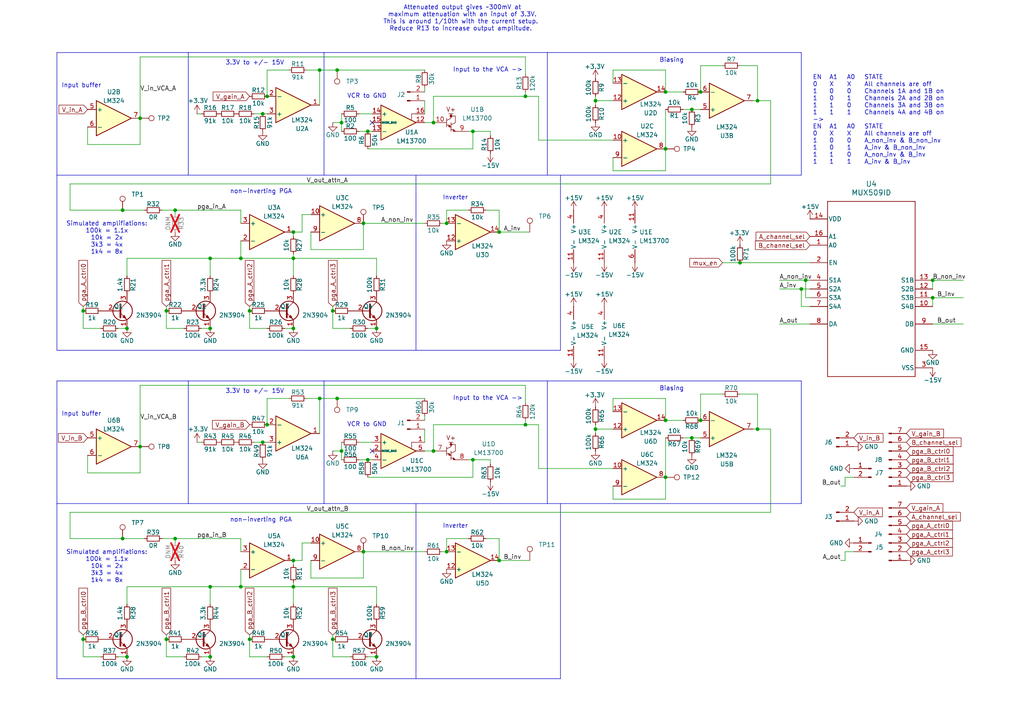
<source format=kicad_sch>
(kicad_sch (version 20231120) (generator "eeschema") (generator_version "8.0")
  (paper "A4")
  (junction (at 270.51 86.36))
  (junction (at 60.96 95.25))
  (junction (at 203.2 121.92))
  (junction (at 233.68 81.28))
  (junction (at 109.22 190.5))
  (junction (at 40.64 34.29))
  (junction (at 35.56 156.21))
  (junction (at 193.04 121.92))
  (junction (at 125.73 130.81))
  (junction (at 99.06 35.56))
  (junction (at 152.4 27.94))
  (junction (at 35.56 60.96))
  (junction (at 99.06 130.81))
  (junction (at 125.73 35.56))
  (junction (at 232.41 83.82))
  (junction (at 144.78 162.56))
  (junction (at 97.79 115.57))
  (junction (at 193.04 43.18))
  (junction (at 50.8 156.21))
  (junction (at 85.09 170.18))
  (junction (at 106.68 133.35))
  (junction (at 85.09 67.31))
  (junction (at 77.47 27.94))
  (junction (at 219.71 29.21))
  (junction (at 92.71 115.57))
  (junction (at 85.09 74.93))
  (junction (at 172.72 29.21))
  (junction (at 109.22 95.25))
  (junction (at 69.85 74.93))
  (junction (at 85.09 162.56))
  (junction (at 48.26 185.42))
  (junction (at 144.78 67.31))
  (junction (at 106.68 38.1))
  (junction (at 200.66 31.75))
  (junction (at 85.09 95.25))
  (junction (at 105.41 160.02))
  (junction (at 76.2 128.27))
  (junction (at 97.79 20.32))
  (junction (at 214.63 76.2))
  (junction (at 76.2 33.02))
  (junction (at 137.16 133.35))
  (junction (at 50.8 60.96))
  (junction (at 203.2 26.67))
  (junction (at 152.4 123.19))
  (junction (at 24.13 185.42))
  (junction (at 193.04 26.67))
  (junction (at 129.54 64.77))
  (junction (at 85.09 190.5))
  (junction (at 72.39 90.17))
  (junction (at 193.04 138.43))
  (junction (at 105.41 64.77))
  (junction (at 96.52 90.17))
  (junction (at 36.83 95.25))
  (junction (at 270.51 81.28))
  (junction (at 40.64 129.54))
  (junction (at 219.71 124.46))
  (junction (at 69.85 170.18))
  (junction (at 200.66 127))
  (junction (at 92.71 20.32))
  (junction (at 137.16 38.1))
  (junction (at 36.83 190.5))
  (junction (at 24.13 90.17))
  (junction (at 60.96 170.18))
  (junction (at 129.54 160.02))
  (junction (at 96.52 185.42))
  (junction (at 77.47 123.19))
  (junction (at 72.39 185.42))
  (junction (at 48.26 90.17))
  (junction (at 172.72 124.46))
  (junction (at 60.96 74.93))
  (junction (at 60.96 190.5))
  (no_connect (at 107.95 35.56))
  (no_connect (at 107.95 130.81))
  (wire (pts (xy 203.2 121.92) (xy 203.2 114.3)))
  (wire (pts (xy 245.11 138.43) (xy 247.65 138.43)))
  (wire (pts (xy 123.19 130.81) (xy 125.73 130.81)))
  (wire (pts (xy 40.64 34.29) (xy 40.64 16.51)))
  (wire (pts (xy 142.24 38.1) (xy 137.16 38.1)))
  (wire (pts (xy 144.78 67.31) (xy 144.78 60.96)))
  (wire (pts (xy 123.19 128.27) (xy 123.19 124.46)))
  (wire (pts (xy 35.56 156.21) (xy 41.91 156.21)))
  (wire (pts (xy 152.4 27.94) (xy 152.4 26.67)))
  (wire (pts (xy 270.51 81.28) (xy 279.4 81.28)))
  (polyline (pts (xy 162.56 196.85) (xy 162.56 146.05)))
  (wire (pts (xy 48.26 95.25) (xy 48.26 90.17)))
  (wire (pts (xy 219.71 114.3) (xy 219.71 124.46)))
  (wire (pts (xy 69.85 74.93) (xy 69.85 69.85)))
  (wire (pts (xy 177.8 45.72) (xy 177.8 49.53)))
  (wire (pts (xy 270.51 86.36) (xy 279.4 86.36)))
  (wire (pts (xy 20.32 53.34) (xy 20.32 60.96)))
  (wire (pts (xy 172.72 27.94) (xy 172.72 29.21)))
  (wire (pts (xy 144.78 60.96) (xy 140.97 60.96)))
  (wire (pts (xy 193.04 26.67) (xy 198.12 26.67)))
  (wire (pts (xy 245.11 140.97) (xy 245.11 138.43)))
  (wire (pts (xy 90.17 67.31) (xy 90.17 72.39)))
  (wire (pts (xy 40.64 111.76) (xy 152.4 111.76)))
  (polyline (pts (xy 16.51 110.49) (xy 54.61 110.49)))
  (wire (pts (xy 270.51 86.36) (xy 270.51 88.9)))
  (wire (pts (xy 193.04 115.57) (xy 193.04 121.92)))
  (wire (pts (xy 135.89 156.21) (xy 129.54 156.21)))
  (wire (pts (xy 83.82 115.57) (xy 77.47 115.57)))
  (wire (pts (xy 172.72 123.19) (xy 172.72 124.46)))
  (wire (pts (xy 99.06 128.27) (xy 99.06 130.81)))
  (wire (pts (xy 85.09 168.91) (xy 85.09 170.18)))
  (wire (pts (xy 69.85 170.18) (xy 85.09 170.18)))
  (polyline (pts (xy 93.98 110.49) (xy 93.98 146.05)))
  (polyline (pts (xy 120.65 101.6) (xy 162.56 101.6)))
  (wire (pts (xy 72.39 184.15) (xy 72.39 185.42)))
  (wire (pts (xy 193.04 43.18) (xy 193.04 49.53)))
  (wire (pts (xy 104.14 38.1) (xy 106.68 38.1)))
  (polyline (pts (xy 120.65 146.05) (xy 120.65 196.85)))
  (wire (pts (xy 72.39 190.5) (xy 72.39 185.42)))
  (wire (pts (xy 50.8 156.21) (xy 69.85 156.21)))
  (wire (pts (xy 60.96 74.93) (xy 60.96 80.01)))
  (wire (pts (xy 219.71 29.21) (xy 218.44 29.21)))
  (wire (pts (xy 123.19 35.56) (xy 125.73 35.56)))
  (wire (pts (xy 142.24 133.35) (xy 142.24 134.62)))
  (wire (pts (xy 128.27 64.77) (xy 129.54 64.77)))
  (polyline (pts (xy 158.75 146.05) (xy 158.75 110.49)))
  (wire (pts (xy 270.51 81.28) (xy 270.51 83.82)))
  (wire (pts (xy 106.68 190.5) (xy 109.22 190.5)))
  (wire (pts (xy 92.71 115.57) (xy 97.79 115.57)))
  (wire (pts (xy 172.72 29.21) (xy 177.8 29.21)))
  (wire (pts (xy 270.51 93.98) (xy 279.4 93.98)))
  (polyline (pts (xy 54.61 146.05) (xy 93.98 146.05)))
  (wire (pts (xy 232.41 83.82) (xy 234.95 83.82)))
  (polyline (pts (xy 93.98 15.24) (xy 54.61 15.24)))
  (wire (pts (xy 96.52 190.5) (xy 96.52 185.42)))
  (wire (pts (xy 87.63 67.31) (xy 87.63 62.23)))
  (wire (pts (xy 223.52 148.59) (xy 20.32 148.59)))
  (wire (pts (xy 40.64 129.54) (xy 40.64 111.76)))
  (wire (pts (xy 69.85 170.18) (xy 69.85 165.1)))
  (wire (pts (xy 177.8 20.32) (xy 193.04 20.32)))
  (wire (pts (xy 60.96 74.93) (xy 69.85 74.93)))
  (polyline (pts (xy 158.75 146.05) (xy 232.41 146.05)))
  (wire (pts (xy 128.27 160.02) (xy 129.54 160.02)))
  (wire (pts (xy 137.16 138.43) (xy 106.68 138.43)))
  (wire (pts (xy 223.52 29.21) (xy 223.52 53.34)))
  (wire (pts (xy 97.79 20.32) (xy 123.19 20.32)))
  (wire (pts (xy 36.83 170.18) (xy 60.96 170.18)))
  (wire (pts (xy 193.04 20.32) (xy 193.04 26.67)))
  (wire (pts (xy 105.41 64.77) (xy 123.19 64.77)))
  (wire (pts (xy 53.34 95.25) (xy 48.26 95.25)))
  (wire (pts (xy 46.99 60.96) (xy 50.8 60.96)))
  (polyline (pts (xy 16.51 146.05) (xy 16.51 110.49)))
  (polyline (pts (xy 16.51 146.05) (xy 16.51 196.85)))
  (wire (pts (xy 85.09 67.31) (xy 87.63 67.31)))
  (wire (pts (xy 96.52 88.9) (xy 96.52 90.17)))
  (polyline (pts (xy 93.98 15.24) (xy 93.98 50.8)))
  (wire (pts (xy 90.17 162.56) (xy 90.17 167.64)))
  (wire (pts (xy 48.26 190.5) (xy 48.26 185.42)))
  (polyline (pts (xy 120.65 50.8) (xy 120.65 101.6)))
  (wire (pts (xy 25.4 41.91) (xy 40.64 41.91)))
  (wire (pts (xy 96.52 130.81) (xy 99.06 130.81)))
  (wire (pts (xy 60.96 170.18) (xy 69.85 170.18)))
  (polyline (pts (xy 16.51 196.85) (xy 120.65 196.85)))
  (polyline (pts (xy 16.51 50.8) (xy 16.51 15.24)))
  (polyline (pts (xy 54.61 50.8) (xy 93.98 50.8)))
  (wire (pts (xy 109.22 170.18) (xy 109.22 175.26)))
  (wire (pts (xy 90.17 72.39) (xy 105.41 72.39)))
  (wire (pts (xy 232.41 88.9) (xy 232.41 83.82)))
  (wire (pts (xy 137.16 133.35) (xy 135.89 133.35)))
  (wire (pts (xy 34.29 95.25) (xy 36.83 95.25)))
  (wire (pts (xy 60.96 170.18) (xy 60.96 175.26)))
  (wire (pts (xy 125.73 35.56) (xy 125.73 27.94)))
  (polyline (pts (xy 120.65 196.85) (xy 162.56 196.85)))
  (wire (pts (xy 50.8 157.48) (xy 50.8 156.21)))
  (wire (pts (xy 20.32 60.96) (xy 35.56 60.96)))
  (wire (pts (xy 219.71 124.46) (xy 218.44 124.46)))
  (wire (pts (xy 90.17 167.64) (xy 105.41 167.64)))
  (wire (pts (xy 234.95 88.9) (xy 232.41 88.9)))
  (wire (pts (xy 57.15 33.02) (xy 58.42 33.02)))
  (wire (pts (xy 40.64 137.16) (xy 40.64 129.54)))
  (wire (pts (xy 233.68 81.28) (xy 234.95 81.28)))
  (wire (pts (xy 35.56 60.96) (xy 41.91 60.96)))
  (wire (pts (xy 177.8 140.97) (xy 177.8 144.78)))
  (polyline (pts (xy 16.51 50.8) (xy 16.51 101.6)))
  (wire (pts (xy 245.11 162.56) (xy 245.11 160.02)))
  (polyline (pts (xy 162.56 101.6) (xy 162.56 50.8)))
  (wire (pts (xy 144.78 156.21) (xy 140.97 156.21)))
  (wire (pts (xy 105.41 160.02) (xy 123.19 160.02)))
  (wire (pts (xy 243.84 162.56) (xy 245.11 162.56)))
  (wire (pts (xy 36.83 170.18) (xy 36.83 175.26)))
  (wire (pts (xy 123.19 121.92) (xy 123.19 120.65)))
  (wire (pts (xy 193.04 138.43) (xy 193.04 127)))
  (polyline (pts (xy 232.41 15.24) (xy 158.75 15.24)))
  (wire (pts (xy 125.73 130.81) (xy 125.73 123.19)))
  (wire (pts (xy 85.09 74.93) (xy 85.09 80.01)))
  (wire (pts (xy 69.85 156.21) (xy 69.85 160.02)))
  (wire (pts (xy 36.83 74.93) (xy 60.96 74.93)))
  (wire (pts (xy 53.34 190.5) (xy 48.26 190.5)))
  (wire (pts (xy 50.8 62.23) (xy 50.8 60.96)))
  (wire (pts (xy 83.82 20.32) (xy 77.47 20.32)))
  (wire (pts (xy 20.32 156.21) (xy 35.56 156.21)))
  (wire (pts (xy 152.4 16.51) (xy 152.4 21.59)))
  (polyline (pts (xy 93.98 15.24) (xy 158.75 15.24)))
  (wire (pts (xy 85.09 162.56) (xy 87.63 162.56)))
  (polyline (pts (xy 93.98 110.49) (xy 158.75 110.49)))
  (wire (pts (xy 177.8 115.57) (xy 193.04 115.57)))
  (wire (pts (xy 25.4 132.08) (xy 25.4 137.16)))
  (wire (pts (xy 223.52 53.34) (xy 20.32 53.34)))
  (wire (pts (xy 137.16 38.1) (xy 137.16 43.18)))
  (wire (pts (xy 40.64 41.91) (xy 40.64 34.29)))
  (wire (pts (xy 198.12 31.75) (xy 200.66 31.75)))
  (wire (pts (xy 106.68 38.1) (xy 107.95 38.1)))
  (wire (pts (xy 85.09 170.18) (xy 85.09 175.26)))
  (wire (pts (xy 46.99 156.21) (xy 50.8 156.21)))
  (wire (pts (xy 209.55 76.2) (xy 214.63 76.2)))
  (wire (pts (xy 137.16 43.18) (xy 106.68 43.18)))
  (polyline (pts (xy 54.61 146.05) (xy 16.51 146.05)))
  (wire (pts (xy 85.09 67.31) (xy 85.09 68.58)))
  (wire (pts (xy 193.04 121.92) (xy 198.12 121.92)))
  (polyline (pts (xy 232.41 50.8) (xy 232.41 15.24)))
  (wire (pts (xy 58.42 95.25) (xy 60.96 95.25)))
  (wire (pts (xy 156.21 135.89) (xy 177.8 135.89)))
  (wire (pts (xy 36.83 74.93) (xy 36.83 80.01)))
  (wire (pts (xy 200.66 31.75) (xy 203.2 31.75)))
  (wire (pts (xy 77.47 20.32) (xy 77.47 27.94)))
  (wire (pts (xy 104.14 133.35) (xy 106.68 133.35)))
  (wire (pts (xy 144.78 67.31) (xy 153.67 67.31)))
  (wire (pts (xy 101.6 95.25) (xy 96.52 95.25)))
  (wire (pts (xy 77.47 190.5) (xy 72.39 190.5)))
  (wire (pts (xy 106.68 95.25) (xy 109.22 95.25)))
  (wire (pts (xy 82.55 190.5) (xy 85.09 190.5)))
  (wire (pts (xy 106.68 133.35) (xy 107.95 133.35)))
  (wire (pts (xy 87.63 162.56) (xy 87.63 157.48)))
  (wire (pts (xy 152.4 123.19) (xy 125.73 123.19)))
  (wire (pts (xy 135.89 60.96) (xy 129.54 60.96)))
  (wire (pts (xy 156.21 27.94) (xy 152.4 27.94)))
  (wire (pts (xy 226.06 83.82) (xy 232.41 83.82)))
  (polyline (pts (xy 93.98 50.8) (xy 158.75 50.8)))
  (wire (pts (xy 198.12 127) (xy 200.66 127)))
  (wire (pts (xy 219.71 29.21) (xy 223.52 29.21)))
  (wire (pts (xy 129.54 156.21) (xy 129.54 160.02)))
  (wire (pts (xy 29.21 190.5) (xy 24.13 190.5)))
  (wire (pts (xy 152.4 111.76) (xy 152.4 116.84)))
  (polyline (pts (xy 54.61 15.24) (xy 54.61 50.8)))
  (wire (pts (xy 24.13 184.15) (xy 24.13 185.42)))
  (wire (pts (xy 219.71 19.05) (xy 219.71 29.21)))
  (polyline (pts (xy 158.75 50.8) (xy 232.41 50.8)))
  (wire (pts (xy 105.41 72.39) (xy 105.41 64.77)))
  (wire (pts (xy 99.06 35.56) (xy 99.06 38.1)))
  (wire (pts (xy 69.85 74.93) (xy 85.09 74.93)))
  (wire (pts (xy 24.13 88.9) (xy 24.13 90.17)))
  (polyline (pts (xy 54.61 50.8) (xy 16.51 50.8)))
  (wire (pts (xy 245.11 160.02) (xy 247.65 160.02)))
  (wire (pts (xy 156.21 27.94) (xy 156.21 40.64)))
  (wire (pts (xy 172.72 29.21) (xy 172.72 30.48)))
  (wire (pts (xy 48.26 184.15) (xy 48.26 185.42)))
  (wire (pts (xy 214.63 19.05) (xy 219.71 19.05)))
  (wire (pts (xy 57.15 128.27) (xy 58.42 128.27)))
  (polyline (pts (xy 16.51 15.24) (xy 54.61 15.24)))
  (wire (pts (xy 203.2 19.05) (xy 209.55 19.05)))
  (wire (pts (xy 156.21 123.19) (xy 156.21 135.89)))
  (wire (pts (xy 177.8 49.53) (xy 193.04 49.53)))
  (wire (pts (xy 129.54 60.96) (xy 129.54 64.77)))
  (wire (pts (xy 172.72 124.46) (xy 172.72 125.73)))
  (wire (pts (xy 226.06 81.28) (xy 233.68 81.28)))
  (wire (pts (xy 144.78 162.56) (xy 144.78 156.21)))
  (polyline (pts (xy 93.98 110.49) (xy 54.61 110.49)))
  (wire (pts (xy 50.8 60.96) (xy 69.85 60.96)))
  (wire (pts (xy 96.52 35.56) (xy 99.06 35.56)))
  (wire (pts (xy 69.85 60.96) (xy 69.85 64.77)))
  (wire (pts (xy 76.2 33.02) (xy 77.47 33.02)))
  (polyline (pts (xy 54.61 110.49) (xy 54.61 146.05)))
  (wire (pts (xy 76.2 128.27) (xy 77.47 128.27)))
  (wire (pts (xy 137.16 38.1) (xy 135.89 38.1)))
  (wire (pts (xy 152.4 123.19) (xy 152.4 121.92)))
  (wire (pts (xy 214.63 76.2) (xy 234.95 76.2)))
  (wire (pts (xy 193.04 43.18) (xy 193.04 31.75)))
  (wire (pts (xy 92.71 115.57) (xy 92.71 125.73)))
  (wire (pts (xy 172.72 124.46) (xy 177.8 124.46)))
  (wire (pts (xy 85.09 74.93) (xy 109.22 74.93)))
  (wire (pts (xy 24.13 185.42) (xy 24.13 190.5)))
  (wire (pts (xy 105.41 167.64) (xy 105.41 160.02)))
  (wire (pts (xy 77.47 95.25) (xy 72.39 95.25)))
  (wire (pts (xy 29.21 95.25) (xy 24.13 95.25)))
  (wire (pts (xy 92.71 20.32) (xy 97.79 20.32)))
  (wire (pts (xy 203.2 114.3) (xy 209.55 114.3)))
  (wire (pts (xy 85.09 162.56) (xy 85.09 163.83)))
  (wire (pts (xy 99.06 33.02) (xy 99.06 35.56)))
  (wire (pts (xy 223.52 124.46) (xy 223.52 148.59)))
  (polyline (pts (xy 232.41 110.49) (xy 158.75 110.49)))
  (wire (pts (xy 214.63 114.3) (xy 219.71 114.3)))
  (wire (pts (xy 193.04 138.43) (xy 193.04 144.78)))
  (polyline (pts (xy 158.75 50.8) (xy 158.75 15.24)))
  (wire (pts (xy 123.19 26.67) (xy 123.19 25.4)))
  (wire (pts (xy 72.39 88.9) (xy 72.39 90.17)))
  (wire (pts (xy 96.52 95.25) (xy 96.52 90.17)))
  (wire (pts (xy 97.79 115.57) (xy 123.19 115.57)))
  (wire (pts (xy 85.09 170.18) (xy 109.22 170.18)))
  (wire (pts (xy 142.24 133.35) (xy 137.16 133.35)))
  (polyline (pts (xy 16.51 101.6) (xy 120.65 101.6)))
  (wire (pts (xy 25.4 137.16) (xy 40.64 137.16)))
  (wire (pts (xy 73.66 33.02) (xy 76.2 33.02)))
  (wire (pts (xy 177.8 144.78) (xy 193.04 144.78)))
  (wire (pts (xy 87.63 157.48) (xy 90.17 157.48)))
  (polyline (pts (xy 93.98 146.05) (xy 158.75 146.05)))
  (wire (pts (xy 73.66 128.27) (xy 76.2 128.27)))
  (polyline (pts (xy 232.41 146.05) (xy 232.41 110.49)))
  (wire (pts (xy 24.13 90.17) (xy 24.13 95.25)))
  (wire (pts (xy 34.29 190.5) (xy 36.83 190.5)))
  (wire (pts (xy 82.55 95.25) (xy 85.09 95.25)))
  (wire (pts (xy 233.68 86.36) (xy 233.68 81.28)))
  (wire (pts (xy 137.16 133.35) (xy 137.16 138.43)))
  (wire (pts (xy 123.19 33.02) (xy 123.19 29.21)))
  (wire (pts (xy 87.63 62.23) (xy 90.17 62.23)))
  (wire (pts (xy 101.6 190.5) (xy 96.52 190.5)))
  (wire (pts (xy 109.22 74.93) (xy 109.22 80.01)))
  (wire (pts (xy 156.21 40.64) (xy 177.8 40.64)))
  (wire (pts (xy 104.14 33.02) (xy 107.95 33.02)))
  (wire (pts (xy 177.8 119.38) (xy 177.8 115.57)))
  (wire (pts (xy 88.9 115.57) (xy 92.71 115.57)))
  (wire (pts (xy 25.4 36.83) (xy 25.4 41.91)))
  (wire (pts (xy 203.2 26.67) (xy 203.2 19.05)))
  (wire (pts (xy 72.39 95.25) (xy 72.39 90.17)))
  (wire (pts (xy 40.64 16.51) (xy 152.4 16.51)))
  (wire (pts (xy 48.26 88.9) (xy 48.26 90.17)))
  (wire (pts (xy 200.66 127) (xy 203.2 127)))
  (wire (pts (xy 234.95 86.36) (xy 233.68 86.36)))
  (wire (pts (xy 142.24 38.1) (xy 142.24 39.37)))
  (wire (pts (xy 58.42 190.5) (xy 60.96 190.5)))
  (wire (pts (xy 226.06 93.98) (xy 234.95 93.98)))
  (wire (pts (xy 177.8 24.13) (xy 177.8 20.32)))
  (wire (pts (xy 156.21 123.19) (xy 152.4 123.19)))
  (wire (pts (xy 20.32 148.59) (xy 20.32 156.21)))
  (wire (pts (xy 85.09 73.66) (xy 85.09 74.93)))
  (wire (pts (xy 92.71 20.32) (xy 92.71 30.48)))
  (wire (pts (xy 77.47 115.57) (xy 77.47 123.19)))
  (wire (pts (xy 152.4 27.94) (xy 125.73 27.94)))
  (wire (pts (xy 219.71 124.46) (xy 223.52 124.46)))
  (wire (pts (xy 99.06 130.81) (xy 99.06 133.35)))
  (wire (pts (xy 96.52 184.15) (xy 96.52 185.42)))
  (wire (pts (xy 104.14 128.27) (xy 107.95 128.27)))
  (wire (pts (xy 144.78 162.56) (xy 153.67 162.56)))
  (wire (pts (xy 88.9 20.32) (xy 92.71 20.32)))
  (wire (pts (xy 243.84 140.97) (xy 245.11 140.97)))
  (text "Input to the VCA ->" (at 141.478 115.57 0) (effects (font (size 1.27 1.27))))
  (text "3.3V to +/- 15V" (at 73.914 113.538 0) (effects (font (size 1.27 1.27))))
  (text "Inverter" (at 132.08 57.404 0) (effects (font (size 1.27 1.27))))
  (text "Inverter" (at 132.08 152.654 0) (effects (font (size 1.27 1.27))))
  (text "Input to the VCA ->" (at 141.478 20.32 0) (effects (font (size 1.27 1.27))))
  (text "VCR to GND" (at 106.426 123.19 0) (effects (font (size 1.27 1.27))))
  (text "Biasing" (at 194.818 17.526 0) (effects (font (size 1.27 1.27))))
  (text "Simulated amplifiations:\n100k = 1.1x\n10k = 2x\n3k3 = 4x\n1k4 = 8x\n" (at 30.988 69.088 0) (effects (font (size 1.27 1.27))))
  (text "Simulated amplifiations:\n100k = 1.1x\n10k = 2x\n3k3 = 4x\n1k4 = 8x\n" (at 30.988 164.338 0) (effects (font (size 1.27 1.27))))
  (text "3.3V to +/- 15V" (at 73.914 18.288 0) (effects (font (size 1.27 1.27))))
  (text "Attenuated output gives ~300mV at\nmaximum attenuation with an input of 3.3V.\nThis is around 1/10th with the current setup. \nReduce R13 to increase output amplitude. \n" (at 134.112 5.334 0) (effects (font (size 1.27 1.27))))
  (text "VCR to GND" (at 106.426 27.94 0) (effects (font (size 1.27 1.27))))
  (text "EN 	A1 	A0 	STATE\n0 	X  	X	All channels are off\n1 	0 	0 	Channels 1A and 1B on\n1 	0 	1 	Channels 2A and 2B on\n1 	1 	0 	Channels 3A and 3B on\n1 	1 	1 	Channels 4A and 4B on\n->\nEN 	A1 	A0 	STATE\n0 	X  	X	All channels are off\n1 	0 	0 	A_non_inv & B_non_inv\n1 	0 	1 	A_inv & B_non_inv\n1 	1 	0 	A_non_inv & B_inv\n1 	1 	1 	A_inv & B_inv" (at 235.712 34.798 0) (effects (font (size 1.27 1.27)) (justify left)))
  (text "non-inverting PGA" (at 75.692 55.626 0) (effects (font (size 1.27 1.27))))
  (text "non-inverting PGA" (at 75.692 150.876 0) (effects (font (size 1.27 1.27))))
  (text "Biasing" (at 194.818 112.776 0) (effects (font (size 1.27 1.27))))
  (text "Input buffer" (at 23.622 24.892 0) (effects (font (size 1.27 1.27))))
  (text "Input buffer" (at 23.622 120.142 0) (effects (font (size 1.27 1.27))))
  (label "V_in_VCA_B" (at 40.64 121.92 0))
  (label "A_inv" (at 226.06 83.82 0))
  (label "V_in_VCA_A" (at 40.64 26.67 0))
  (label "B_out" (at 243.84 140.97 180))
  (label "B_non_inv" (at 110.49 160.02 0))
  (label "B_inv" (at 271.78 86.36 0))
  (label "A_inv" (at 146.05 67.31 0))
  (label "V_out_attn_B" (at 88.9 148.59 0))
  (label "B_non_inv" (at 270.51 81.28 0))
  (label "pga_in_B" (at 57.15 156.21 0))
  (label "B_out" (at 271.78 93.98 0))
  (label "A_non_inv" (at 226.06 81.28 0))
  (label "B_inv" (at 146.05 162.56 0))
  (label "A_non_inv" (at 110.49 64.77 0))
  (label "V_out_attn_A" (at 88.9 53.34 0))
  (label "A_out" (at 226.06 93.98 0))
  (label "A_out" (at 243.84 162.56 180))
  (label "pga_in_A" (at 57.15 60.96 0))
  (global_label "pga_B_ctrl2" (shape input) (at 262.89 135.89 0) (property "Intersheetrefs" "${INTERSHEET_REFS}" (effects (hide yes))))
  (global_label "pga_B_ctrl3" (shape input) (at 262.89 138.43 0) (property "Intersheetrefs" "${INTERSHEET_REFS}" (effects (hide yes))))
  (global_label "V_in_A" (shape input) (at 25.4 31.75 180) (property "Intersheetrefs" "${INTERSHEET_REFS}" (effects (hide yes))))
  (global_label "pga_B_ctrl0" (shape input) (at 24.13 184.15 90) (property "Intersheetrefs" "${INTERSHEET_REFS}" (effects (hide yes))))
  (global_label "B_channel_sel" (shape input) (at 262.89 128.27 0) (property "Intersheetrefs" "${INTERSHEET_REFS}" (effects (hide yes))))
  (global_label "V_in_B" (shape input) (at 25.4 127 180) (property "Intersheetrefs" "${INTERSHEET_REFS}" (effects (hide yes))))
  (global_label "pga_A_ctrl3" (shape input) (at 262.89 160.02 0) (property "Intersheetrefs" "${INTERSHEET_REFS}" (effects (hide yes))))
  (global_label "pga_A_ctrl0" (shape input) (at 262.89 152.4 0) (property "Intersheetrefs" "${INTERSHEET_REFS}" (effects (hide yes))))
  (global_label "pga_A_ctrl2" (shape input) (at 72.39 88.9 90) (property "Intersheetrefs" "${INTERSHEET_REFS}" (effects (hide yes))))
  (global_label "A_channel_sel" (shape input) (at 234.95 68.58 180) (property "Intersheetrefs" "${INTERSHEET_REFS}" (effects (hide yes))))
  (global_label "pga_A_ctrl1" (shape input) (at 262.89 154.94 0) (property "Intersheetrefs" "${INTERSHEET_REFS}" (effects (hide yes))))
  (global_label "V_gain_A" (shape input) (at 262.89 147.32 0) (property "Intersheetrefs" "${INTERSHEET_REFS}" (effects (hide yes))))
  (global_label "pga_A_ctrl3" (shape input) (at 96.52 88.9 90) (property "Intersheetrefs" "${INTERSHEET_REFS}" (effects (hide yes))))
  (global_label "pga_B_ctrl1" (shape input) (at 262.89 133.35 0) (property "Intersheetrefs" "${INTERSHEET_REFS}" (effects (hide yes))))
  (global_label "pga_A_ctrl1" (shape input) (at 48.26 88.9 90) (property "Intersheetrefs" "${INTERSHEET_REFS}" (effects (hide yes))))
  (global_label "pga_B_ctrl2" (shape input) (at 72.39 184.15 90) (property "Intersheetrefs" "${INTERSHEET_REFS}" (effects (hide yes))))
  (global_label "pga_B_ctrl0" (shape input) (at 262.89 130.81 0) (property "Intersheetrefs" "${INTERSHEET_REFS}" (effects (hide yes))))
  (global_label "mux_en" (shape input) (at 209.55 76.2 180) (property "Intersheetrefs" "${INTERSHEET_REFS}" (effects (hide yes))))
  (global_label "A_channel_sel" (shape input) (at 262.89 149.86 0) (property "Intersheetrefs" "${INTERSHEET_REFS}" (effects (hide yes))))
  (global_label "V_gain_A" (shape input) (at 72.39 27.94 180) (property "Intersheetrefs" "${INTERSHEET_REFS}" (effects (hide yes))))
  (global_label "V_gain_B" (shape input) (at 72.39 123.19 180) (property "Intersheetrefs" "${INTERSHEET_REFS}" (effects (hide yes))))
  (global_label "pga_A_ctrl2" (shape input) (at 262.89 157.48 0) (property "Intersheetrefs" "${INTERSHEET_REFS}" (effects (hide yes))))
  (global_label "pga_B_ctrl3" (shape input) (at 96.52 184.15 90) (property "Intersheetrefs" "${INTERSHEET_REFS}" (effects (hide yes))))
  (global_label "V_gain_B" (shape input) (at 262.89 125.73 0) (property "Intersheetrefs" "${INTERSHEET_REFS}" (effects (hide yes))))
  (global_label "B_channel_sel" (shape input) (at 234.95 71.12 180) (property "Intersheetrefs" "${INTERSHEET_REFS}" (effects (hide yes))))
  (global_label "V_in_A" (shape input) (at 247.65 148.59 0) (property "Intersheetrefs" "${INTERSHEET_REFS}" (effects (hide yes))))
  (global_label "V_in_B" (shape input) (at 247.65 127 0) (property "Intersheetrefs" "${INTERSHEET_REFS}" (effects (hide yes))))
  (global_label "pga_B_ctrl1" (shape input) (at 48.26 184.15 90) (property "Intersheetrefs" "${INTERSHEET_REFS}" (effects (hide yes))))
  (global_label "pga_A_ctrl0" (shape input) (at 24.13 88.9 90) (property "Intersheetrefs" "${INTERSHEET_REFS}" (effects (hide yes))))
  (symbol (lib_id "Amplifier_Operational:LM13700") (at 133.35 130.81 0) (unit 4)
    (property "Reference" "U1" (at 141.732 128.778 0))
    (property "Value" "LM13700" (at 141.732 131.318 0))
    (property "Footprint" "Package_SO:SOIC-16_3.9x9.9mm_P1.27mm" (effects (hide yes)))
    (property "Datasheet" "http://www.ti.com/lit/ds/symlink/lm13700.pdf" (effects (hide yes)))
    (property "Description" "Dual Operational Transconductance Amplifiers with Linearizing Diodes and Buffers, DIP-16/SOIC-16" (effects (hide yes)))
  )
  (symbol (lib_id "Device:R_Small") (at 101.6 33.02 90) (unit 1)
    (property "Reference" "R5" (at 101.6 31.242 90))
    (property "Value" "100" (at 101.6 34.798 90))
    (property "Footprint" "Resistor_SMD:R_0402_1005Metric" (effects (hide yes)))
    (property "Description" "Resistor, small symbol" (effects (hide yes)))
  )
  (symbol (lib_id "Device:R_Small") (at 44.45 60.96 90) (unit 1)
    (property "Reference" "R32" (at 44.45 59.182 90))
    (property "Value" "0R" (at 44.45 62.992 90))
    (property "Footprint" "Resistor_SMD:R_0402_1005Metric" (effects (hide yes)))
    (property "Description" "Resistor, small symbol" (effects (hide yes)))
  )
  (symbol (lib_id "power:GND") (at 172.72 35.56 0) (unit 1)
    (property "Reference" "#PWR03" (effects (hide yes)))
    (property "Value" "GND" (at 172.72 39.116 0))
    (property "Description" "Power symbol creates a global label with name \"GND\" , ground" (effects (hide yes)))
  )
  (symbol (lib_id "power:GND") (at 60.96 190.5 0) (unit 1)
    (property "Reference" "#PWR035" (effects (hide yes)))
    (property "Value" "GND" (at 60.96 194.056 0))
    (property "Description" "Power symbol creates a global label with name \"GND\" , ground" (effects (hide yes)))
  )
  (symbol (lib_id "Amplifier_Operational:LM324") (at 33.02 34.29 0) (unit 2)
    (property "Reference" "U2" (at 33.02 26.67 0))
    (property "Value" "LM324" (at 33.02 29.21 0))
    (property "Footprint" "LM324:SOIC127P600X175-14N" (effects (hide yes)))
    (property "Datasheet" "http://www.ti.com/lit/ds/symlink/lm2902-n.pdf" (effects (hide yes)))
    (property "Description" "Low-Power, Quad-Operational Amplifiers, DIP-14/SOIC-14/SSOP-14" (effects (hide yes)))
    (property "Sim.Library" "/home/oskar/git/analogNeuron/design/sim/lm324b/lm324-quad.lib" (effects (hide yes)))
    (property "Sim.Name" "lm324-quad" (effects (hide yes)))
    (property "Sim.Device" "SUBCKT" (effects (hide yes)))
    (property "Sim.Pins" "1=1OUT 2=1INM 3=1INP 4=VCC 5=2INP 6=2INM 7=2OUT 8=3OUT 9=3INM 10=3INP 11=VEE 12=4INP 13=4INM 14=4OUT" (effects (hide yes)))
  )
  (symbol (lib_id "Connector:Conn_01x02_Pin") (at 118.11 29.21 0) (mirror x) (unit 1)
    (property "Reference" "J2" (at 116.332 27.432 0))
    (property "Value" "Conn_01x02_Pin" (effects (hide yes)))
    (property "Footprint" "Connector_PinHeader_2.54mm:PinHeader_1x02_P2.54mm_Vertical" (effects (hide yes)))
    (property "Description" "Generic connector, single row, 01x02, script generated" (effects (hide yes)))
    (property "Sim.Device" "R" (effects (hide yes)))
    (property "Sim.Pins" "1=+ 2=-" (effects (hide yes)))
    (property "Sim.Params" "r=0" (effects (hide yes)))
  )
  (symbol (lib_id "Device:R_Small") (at 31.75 190.5 90) (unit 1)
    (property "Reference" "R37" (at 31.75 188.722 90))
    (property "Value" "100k" (at 31.75 192.532 90))
    (property "Footprint" "Resistor_SMD:R_0402_1005Metric" (effects (hide yes)))
    (property "Description" "Resistor, small symbol" (effects (hide yes)))
  )
  (symbol (lib_id "Device:R_Small") (at 50.8 160.02 0) (unit 1) (dnp yes)
    (property "Reference" "R40" (at 52.578 160.02 90))
    (property "Value" "DNM" (at 48.768 160.02 90))
    (property "Footprint" "Resistor_SMD:R_0402_1005Metric" (effects (hide yes)))
    (property "Description" "Resistor, small symbol" (effects (hide yes)))
  )
  (symbol (lib_id "Amplifier_Operational:LM324") (at 177.8 68.58 0) (unit 5)
    (property "Reference" "U2" (at 176.53 67.3099 0) (effects (justify left)))
    (property "Value" "LM324" (at 176.53 69.8499 0) (effects (justify left)))
    (property "Footprint" "LM324:SOIC127P600X175-14N" (effects (hide yes)))
    (property "Datasheet" "http://www.ti.com/lit/ds/symlink/lm2902-n.pdf" (effects (hide yes)))
    (property "Description" "Low-Power, Quad-Operational Amplifiers, DIP-14/SOIC-14/SSOP-14" (effects (hide yes)))
    (property "Sim.Library" "/home/oskar/git/analogNeuron/design/sim/lm324b/lm324-quad.lib" (effects (hide yes)))
    (property "Sim.Name" "lm324-quad" (effects (hide yes)))
    (property "Sim.Device" "SUBCKT" (effects (hide yes)))
    (property "Sim.Pins" "1=1OUT 2=1INM 3=1INP 4=VCC 5=2INP 6=2INM 7=2OUT 8=3OUT 9=3INM 10=3INP 11=VEE 12=4INP 13=4INM 14=4OUT" (effects (hide yes)))
  )
  (symbol (lib_id "Device:R_Small") (at 76.2 35.56 180) (unit 1)
    (property "Reference" "R15" (at 74.422 35.56 90))
    (property "Value" "91k" (at 78.232 35.56 90))
    (property "Footprint" "Resistor_SMD:R_0402_1005Metric" (effects (hide yes)))
    (property "Description" "Resistor, small symbol" (effects (hide yes)))
  )
  (symbol (lib_id "Device:R_Small") (at 66.04 33.02 90) (unit 1)
    (property "Reference" "R17" (at 66.04 31.242 90))
    (property "Value" "10k" (at 66.04 35.052 90))
    (property "Footprint" "Resistor_SMD:R_0402_1005Metric" (effects (hide yes)))
    (property "Description" "Resistor, small symbol" (effects (hide yes)))
  )
  (symbol (lib_id "power:+15V") (at 175.26 76.2 180) (unit 1)
    (property "Reference" "#PWR013" (effects (hide yes)))
    (property "Value" "-15V" (at 175.26 79.756 0))
    (property "Description" "Power symbol creates a global label with name \"+15V\"" (effects (hide yes)))
  )
  (symbol (lib_id "Device:R_Small") (at 195.58 31.75 270) (unit 1)
    (property "Reference" "R1" (at 195.58 33.528 90))
    (property "Value" "10k" (at 195.58 29.718 90))
    (property "Footprint" "Resistor_SMD:R_0402_1005Metric" (effects (hide yes)))
    (property "Description" "Resistor, small symbol" (effects (hide yes)))
  )
  (symbol (lib_id "Transistor_BJT:2N3904") (at 106.68 185.42 0) (unit 1)
    (property "Reference" "Q8" (at 105.41 184.1499 0) (effects (justify left)))
    (property "Value" "2N3904" (at 111.76 186.6899 0) (effects (justify left)))
    (property "Footprint" "Package_TO_SOT_THT:TO-92_Inline" (effects (hide yes)))
    (property "Datasheet" "https://www.onsemi.com/pub/Collateral/2N3903-D.PDF" (effects (hide yes)))
    (property "Description" "0.2A Ic, 40V Vce, Small Signal NPN Transistor, TO-92" (effects (hide yes)))
    (property "Sim.Library" "/home/oskar/git/analogNeuron/design/sim/2n3904/2n3904_spice.lib" (effects (hide yes)))
    (property "Sim.Name" "2N3904" (effects (hide yes)))
    (property "Sim.Device" "SUBCKT" (effects (hide yes)))
    (property "Sim.Pins" "1=E 2=B 3=C" (effects (hide yes)))
  )
  (symbol (lib_id "Device:R_Small") (at 104.14 190.5 90) (unit 1)
    (property "Reference" "R57" (at 104.14 188.722 90))
    (property "Value" "100k" (at 104.14 192.532 90))
    (property "Footprint" "Resistor_SMD:R_0402_1005Metric" (effects (hide yes)))
    (property "Description" "Resistor, small symbol" (effects (hide yes)))
  )
  (symbol (lib_id "Device:R_Small") (at 172.72 33.02 0) (unit 1)
    (property "Reference" "R10" (at 174.498 33.02 90))
    (property "Value" "100k" (at 170.688 33.02 90))
    (property "Footprint" "Resistor_SMD:R_0402_1005Metric" (effects (hide yes)))
    (property "Description" "Resistor, small symbol" (effects (hide yes)))
  )
  (symbol (lib_id "Amplifier_Operational:LM324") (at 210.82 29.21 0) (mirror x) (unit 2)
    (property "Reference" "U3" (at 210.82 39.37 0))
    (property "Value" "LM324" (at 210.82 36.83 0))
    (property "Footprint" "LM324:SOIC127P600X175-14N" (effects (hide yes)))
    (property "Datasheet" "http://www.ti.com/lit/ds/symlink/lm2902-n.pdf" (effects (hide yes)))
    (property "Description" "Low-Power, Quad-Operational Amplifiers, DIP-14/SOIC-14/SSOP-14" (effects (hide yes)))
    (property "Sim.Library" "/home/oskar/git/analogNeuron/design/sim/lm324b/lm324-quad.lib" (effects (hide yes)))
    (property "Sim.Name" "lm324-quad" (effects (hide yes)))
    (property "Sim.Device" "SUBCKT" (effects (hide yes)))
    (property "Sim.Pins" "1=1OUT 2=1INM 3=1INP 4=VCC 5=2INP 6=2INM 7=2OUT 8=3OUT 9=3INM 10=3INP 11=VEE 12=4INP 13=4INM 14=4OUT" (effects (hide yes)))
  )
  (symbol (lib_id "Amplifier_Operational:LM13700") (at 115.57 35.56 0) (mirror x) (unit 1)
    (property "Reference" "U1" (at 119.38 38.354 0))
    (property "Value" "LM13700" (at 119.38 40.894 0))
    (property "Footprint" "Package_SO:SOIC-16_3.9x9.9mm_P1.27mm" (effects (hide yes)))
    (property "Datasheet" "http://www.ti.com/lit/ds/symlink/lm13700.pdf" (effects (hide yes)))
    (property "Description" "Dual Operational Transconductance Amplifiers with Linearizing Diodes and Buffers, DIP-16/SOIC-16" (effects (hide yes)))
  )
  (symbol (lib_id "Device:R_Small") (at 212.09 19.05 90) (unit 1)
    (property "Reference" "R7" (at 212.09 17.272 90))
    (property "Value" "10k" (at 212.09 21.082 90))
    (property "Footprint" "Resistor_SMD:R_0402_1005Metric" (effects (hide yes)))
    (property "Description" "Resistor, small symbol" (effects (hide yes)))
  )
  (symbol (lib_id "Device:R_Small") (at 142.24 41.91 180) (unit 1)
    (property "Reference" "R14" (at 140.462 41.91 90))
    (property "Value" "10k" (at 144.272 41.91 90))
    (property "Footprint" "Resistor_SMD:R_0402_1005Metric" (effects (hide yes)))
    (property "Description" "Resistor, small symbol" (effects (hide yes)))
  )
  (symbol (lib_id "Device:R_Small") (at 85.09 71.12 0) (unit 1)
    (property "Reference" "R27" (at 86.868 71.12 90))
    (property "Value" "10k" (at 83.058 71.12 90))
    (property "Footprint" "Resistor_SMD:R_0402_1005Metric" (effects (hide yes)))
    (property "Description" "Resistor, small symbol" (effects (hide yes)))
  )
  (symbol (lib_id "Device:R_Small") (at 85.09 166.37 0) (unit 1)
    (property "Reference" "R51" (at 86.868 166.37 90))
    (property "Value" "10k" (at 83.058 166.37 90))
    (property "Footprint" "Resistor_SMD:R_0402_1005Metric" (effects (hide yes)))
    (property "Description" "Resistor, small symbol" (effects (hide yes)))
  )
  (symbol (lib_id "Device:R_Small") (at 101.6 128.27 90) (unit 1)
    (property "Reference" "R55" (at 101.6 126.492 90))
    (property "Value" "100" (at 101.6 130.048 90))
    (property "Footprint" "Resistor_SMD:R_0402_1005Metric" (effects (hide yes)))
    (property "Description" "Resistor, small symbol" (effects (hide yes)))
  )
  (symbol (lib_id "power:GND") (at 247.65 129.54 90) (unit 1)
    (property "Reference" "#PWR09" (effects (hide yes)))
    (property "Value" "GND" (at 252.73 129.54 90))
    (property "Description" "Power symbol creates a global label with name \"GND\" , ground" (effects (hide yes)))
  )
  (symbol (lib_id "power:+15V") (at 234.95 63.5 0) (unit 1)
    (property "Reference" "#PWR030" (effects (hide yes)))
    (property "Value" "+15V" (at 234.95 59.944 0))
    (property "Description" "Power symbol creates a global label with name \"+15V\"" (effects (hide yes)))
  )
  (symbol (lib_id "Device:R_Small") (at 125.73 160.02 90) (unit 1)
    (property "Reference" "R61" (at 125.73 158.242 90))
    (property "Value" "10k" (at 125.73 162.052 90))
    (property "Footprint" "Resistor_SMD:R_0402_1005Metric" (effects (hide yes)))
    (property "Description" "Resistor, small symbol" (effects (hide yes)))
  )
  (symbol (lib_id "Amplifier_Operational:LM324") (at 33.02 129.54 0) (unit 2)
    (property "Reference" "U6" (at 33.02 121.92 0))
    (property "Value" "LM324" (at 33.02 124.46 0))
    (property "Footprint" "LM324:SOIC127P600X175-14N" (effects (hide yes)))
    (property "Datasheet" "http://www.ti.com/lit/ds/symlink/lm2902-n.pdf" (effects (hide yes)))
    (property "Description" "Low-Power, Quad-Operational Amplifiers, DIP-14/SOIC-14/SSOP-14" (effects (hide yes)))
    (property "Sim.Library" "/home/oskar/git/analogNeuron/design/sim/lm324b/lm324-quad.lib" (effects (hide yes)))
    (property "Sim.Name" "lm324-quad" (effects (hide yes)))
    (property "Sim.Device" "SUBCKT" (effects (hide yes)))
    (property "Sim.Pins" "1=1OUT 2=1INM 3=1INP 4=VCC 5=2INP 6=2INM 7=2OUT 8=3OUT 9=3INM 10=3INP 11=VEE 12=4INP 13=4INM 14=4OUT" (effects (hide yes)))
  )
  (symbol (lib_id "Device:R_Small") (at 152.4 24.13 180) (unit 1)
    (property "Reference" "R13" (at 150.622 24.13 90))
    (property "Value" "120k" (at 154.432 24.13 90))
    (property "Footprint" "Resistor_SMD:R_0402_1005Metric" (effects (hide yes)))
    (property "Description" "Resistor, small symbol" (effects (hide yes)))
  )
  (symbol (lib_id "power:GND") (at 60.96 95.25 0) (unit 1)
    (property "Reference" "#PWR024" (effects (hide yes)))
    (property "Value" "GND" (at 60.96 98.806 0))
    (property "Description" "Power symbol creates a global label with name \"GND\" , ground" (effects (hide yes)))
  )
  (symbol (lib_id "Device:R_Small") (at 74.93 123.19 90) (unit 1)
    (property "Reference" "R47" (at 74.93 121.412 90))
    (property "Value" "10k" (at 74.93 125.222 90))
    (property "Footprint" "Resistor_SMD:R_0402_1005Metric" (effects (hide yes)))
    (property "Description" "Resistor, small symbol" (effects (hide yes)))
  )
  (symbol (lib_id "power:+15V") (at 142.24 44.45 180) (unit 1)
    (property "Reference" "#PWR018" (effects (hide yes)))
    (property "Value" "-15V" (at 142.24 48.006 0))
    (property "Description" "Power symbol creates a global label with name \"+15V\"" (effects (hide yes)))
  )
  (symbol (lib_id "Device:R_Small") (at 109.22 82.55 0) (unit 1)
    (property "Reference" "R31" (at 110.998 82.55 90))
    (property "Value" "100k" (at 107.188 82.55 90))
    (property "Footprint" "Resistor_SMD:R_0402_1005Metric" (effects (hide yes)))
    (property "Description" "Resistor, small symbol" (effects (hide yes)))
  )
  (symbol (lib_id "power:GND") (at 85.09 190.5 0) (unit 1)
    (property "Reference" "#PWR037" (effects (hide yes)))
    (property "Value" "GND" (at 85.09 194.056 0))
    (property "Description" "Power symbol creates a global label with name \"GND\" , ground" (effects (hide yes)))
  )
  (symbol (lib_id "Device:R_Small") (at 85.09 82.55 0) (unit 1)
    (property "Reference" "R28" (at 86.868 82.55 90))
    (property "Value" "10k" (at 83.058 82.55 90))
    (property "Footprint" "Resistor_SMD:R_0402_1005Metric" (effects (hide yes)))
    (property "Description" "Resistor, small symbol" (effects (hide yes)))
  )
  (symbol (lib_id "Amplifier_Operational:LM13700") (at 186.69 68.58 0) (unit 5)
    (property "Reference" "U1" (at 185.42 67.3099 0) (effects (justify left)))
    (property "Value" "LM13700" (at 185.42 69.8499 0) (effects (justify left)))
    (property "Footprint" "Package_SO:SOIC-16_3.9x9.9mm_P1.27mm" (effects (hide yes)))
    (property "Datasheet" "http://www.ti.com/lit/ds/symlink/lm13700.pdf" (effects (hide yes)))
    (property "Description" "Dual Operational Transconductance Amplifiers with Linearizing Diodes and Buffers, DIP-16/SOIC-16" (effects (hide yes)))
  )
  (symbol (lib_id "Connector:TestPoint") (at 153.67 67.31 0) (unit 1)
    (property "Reference" "TP6" (at 156.21 62.7379 0) (effects (justify left)))
    (property "Value" "TestPoint" (effects (hide yes)))
    (property "Footprint" "Connector_PinHeader_2.54mm:PinHeader_1x01_P2.54mm_Vertical" (effects (hide yes)))
    (property "Description" "test point" (effects (hide yes)))
  )
  (symbol (lib_id "Amplifier_Operational:LM324") (at 97.79 64.77 0) (unit 3)
    (property "Reference" "U3" (at 99.314 57.404 0))
    (property "Value" "LM324" (at 99.314 59.944 0))
    (property "Footprint" "LM324:SOIC127P600X175-14N" (effects (hide yes)))
    (property "Datasheet" "http://www.ti.com/lit/ds/symlink/lm2902-n.pdf" (effects (hide yes)))
    (property "Description" "Low-Power, Quad-Operational Amplifiers, DIP-14/SOIC-14/SSOP-14" (effects (hide yes)))
    (property "Sim.Library" "/home/oskar/git/analogNeuron/design/sim/lm324b/lm324-quad.lib" (effects (hide yes)))
    (property "Sim.Name" "lm324-quad" (effects (hide yes)))
    (property "Sim.Device" "SUBCKT" (effects (hide yes)))
    (property "Sim.Pins" "1=1OUT 2=1INM 3=1INP 4=VCC 5=2INP 6=2INM 7=2OUT 8=3OUT 9=3INM 10=3INP 11=VEE 12=4INP 13=4INM 14=4OUT" (effects (hide yes)))
  )
  (symbol (lib_id "Device:R_Small") (at 142.24 137.16 180) (unit 1)
    (property "Reference" "R63" (at 140.462 137.16 90))
    (property "Value" "10k" (at 144.272 137.16 90))
    (property "Footprint" "Resistor_SMD:R_0402_1005Metric" (effects (hide yes)))
    (property "Description" "Resistor, small symbol" (effects (hide yes)))
  )
  (symbol (lib_id "power:GND") (at 96.52 35.56 0) (unit 1)
    (property "Reference" "#PWR02" (effects (hide yes)))
    (property "Value" "GND" (at 96.52 39.116 0))
    (property "Description" "Power symbol creates a global label with name \"GND\" , ground" (effects (hide yes)))
  )
  (symbol (lib_id "Device:R_Small") (at 200.66 121.92 270) (unit 1)
    (property "Reference" "R68" (at 200.66 123.698 90))
    (property "Value" "10k" (at 200.66 119.888 90))
    (property "Footprint" "Resistor_SMD:R_0402_1005Metric" (effects (hide yes)))
    (property "Description" "Resistor, small symbol" (effects (hide yes)))
  )
  (symbol (lib_id "Device:R_Small") (at 123.19 22.86 0) (mirror y) (unit 1)
    (property "Reference" "R8" (at 121.412 22.86 90))
    (property "Value" "30k" (at 125.222 22.86 90))
    (property "Footprint" "Resistor_SMD:R_0402_1005Metric" (effects (hide yes)))
    (property "Description" "Resistor, small symbol" (effects (hide yes)))
  )
  (symbol (lib_id "Amplifier_Operational:LM324") (at 77.47 162.56 0) (unit 1)
    (property "Reference" "U5" (at 79.502 155.448 0))
    (property "Value" "LM324" (at 79.502 157.988 0))
    (property "Footprint" "LM324:SOIC127P600X175-14N" (effects (hide yes)))
    (property "Datasheet" "http://www.ti.com/lit/ds/symlink/lm2902-n.pdf" (effects (hide yes)))
    (property "Description" "Low-Power, Quad-Operational Amplifiers, DIP-14/SOIC-14/SSOP-14" (effects (hide yes)))
    (property "Sim.Library" "/home/oskar/git/analogNeuron/design/sim/lm324b/lm324-quad.lib" (effects (hide yes)))
    (property "Sim.Name" "lm324-quad" (effects (hide yes)))
    (property "Sim.Device" "SUBCKT" (effects (hide yes)))
    (property "Sim.Pins" "1=1OUT 2=1INM 3=1INP 4=VCC 5=2INP 6=2INM 7=2OUT 8=3OUT 9=3INM 10=3INP 11=VEE 12=4INP 13=4INM 14=4OUT" (effects (hide yes)))
  )
  (symbol (lib_id "power:+3.3V") (at 57.15 33.02 0) (unit 1)
    (property "Reference" "#PWR020" (effects (hide yes)))
    (property "Value" "+3.3V" (at 57.404 29.21 0))
    (property "Description" "Power symbol creates a global label with name \"+3.3V\"" (effects (hide yes)))
  )
  (symbol (lib_id "Amplifier_Operational:LM324") (at 185.42 121.92 0) (mirror x) (unit 4)
    (property "Reference" "U6" (at 188.722 128.016 0))
    (property "Value" "LM324" (at 188.722 125.476 0))
    (property "Footprint" "LM324:SOIC127P600X175-14N" (effects (hide yes)))
    (property "Datasheet" "http://www.ti.com/lit/ds/symlink/lm2902-n.pdf" (effects (hide yes)))
    (property "Description" "Low-Power, Quad-Operational Amplifiers, DIP-14/SOIC-14/SSOP-14" (effects (hide yes)))
    (property "Sim.Library" "/home/oskar/git/analogNeuron/design/sim/lm324b/lm324-quad.lib" (effects (hide yes)))
    (property "Sim.Name" "lm324-quad" (effects (hide yes)))
    (property "Sim.Device" "SUBCKT" (effects (hide yes)))
    (property "Sim.Pins" "1=1OUT 2=1INM 3=1INP 4=VCC 5=2INP 6=2INM 7=2OUT 8=3OUT 9=3INM 10=3INP 11=VEE 12=4INP 13=4INM 14=4OUT" (effects (hide yes)))
  )
  (symbol (lib_id "Device:R_Small") (at 106.68 135.89 180) (unit 1)
    (property "Reference" "R58" (at 104.902 135.89 90))
    (property "Value" "50k" (at 108.712 135.89 90))
    (property "Footprint" "Resistor_SMD:R_0402_1005Metric" (effects (hide yes)))
    (property "Description" "Resistor, small symbol" (effects (hide yes)))
  )
  (symbol (lib_id "Device:R_Small") (at 212.09 114.3 90) (unit 1)
    (property "Reference" "R70" (at 212.09 112.522 90))
    (property "Value" "10k" (at 212.09 116.332 90))
    (property "Footprint" "Resistor_SMD:R_0402_1005Metric" (effects (hide yes)))
    (property "Description" "Resistor, small symbol" (effects (hide yes)))
  )
  (symbol (lib_id "power:+3.3V") (at 57.15 128.27 0) (unit 1)
    (property "Reference" "#PWR034" (effects (hide yes)))
    (property "Value" "+3.3V" (at 57.404 124.46 0))
    (property "Description" "Power symbol creates a global label with name \"+3.3V\"" (effects (hide yes)))
  )
  (symbol (lib_id "Connector:TestPoint") (at 105.41 160.02 0) (unit 1)
    (property "Reference" "TP10" (at 107.95 155.4479 0) (effects (justify left)))
    (property "Value" "TestPoint" (effects (hide yes)))
    (property "Footprint" "Connector_PinHeader_2.54mm:PinHeader_1x01_P2.54mm_Vertical" (effects (hide yes)))
    (property "Description" "test point" (effects (hide yes)))
  )
  (symbol (lib_id "power:+15V") (at 184.15 60.96 0) (unit 1)
    (property "Reference" "#PWR014" (effects (hide yes)))
    (property "Value" "+15V" (at 184.15 57.404 0))
    (property "Description" "Power symbol creates a global label with name \"+15V\"" (effects (hide yes)))
  )
  (symbol (lib_id "Device:R_Small") (at 44.45 156.21 90) (unit 1)
    (property "Reference" "R39" (at 44.45 154.432 90))
    (property "Value" "0R" (at 44.45 158.242 90))
    (property "Footprint" "Resistor_SMD:R_0402_1005Metric" (effects (hide yes)))
    (property "Description" "Resistor, small symbol" (effects (hide yes)))
  )
  (symbol (lib_id "power:GND") (at 85.09 95.25 0) (unit 1)
    (property "Reference" "#PWR025" (effects (hide yes)))
    (property "Value" "GND" (at 85.09 98.806 0))
    (property "Description" "Power symbol creates a global label with name \"GND\" , ground" (effects (hide yes)))
  )
  (symbol (lib_id "Device:R_Small") (at 200.66 26.67 270) (unit 1)
    (property "Reference" "R4" (at 200.66 28.448 90))
    (property "Value" "10k" (at 200.66 24.638 90))
    (property "Footprint" "Resistor_SMD:R_0402_1005Metric" (effects (hide yes)))
    (property "Description" "Resistor, small symbol" (effects (hide yes)))
  )
  (symbol (lib_id "power:+3.3V") (at 172.72 22.86 0) (unit 1)
    (property "Reference" "#PWR019" (effects (hide yes)))
    (property "Value" "+3.3V" (at 172.466 19.304 0))
    (property "Description" "Power symbol creates a global label with name \"+3.3V\"" (effects (hide yes)))
  )
  (symbol (lib_id "power:GND") (at 262.89 162.56 90) (unit 1)
    (property "Reference" "#PWR05" (effects (hide yes)))
    (property "Value" "GND" (at 267.97 162.56 90))
    (property "Description" "Power symbol creates a global label with name \"GND\" , ground" (effects (hide yes)))
  )
  (symbol (lib_id "power:GND") (at 109.22 95.25 0) (unit 1)
    (property "Reference" "#PWR026" (effects (hide yes)))
    (property "Value" "GND" (at 109.22 98.806 0))
    (property "Description" "Power symbol creates a global label with name \"GND\" , ground" (effects (hide yes)))
  )
  (symbol (lib_id "Device:R_Small") (at 50.8 185.42 90) (unit 1)
    (property "Reference" "R41" (at 50.8 183.642 90))
    (property "Value" "1k" (at 50.8 187.452 90))
    (property "Footprint" "Resistor_SMD:R_0402_1005Metric" (effects (hide yes)))
    (property "Description" "Resistor, small symbol" (effects (hide yes)))
  )
  (symbol (lib_id "power:+15V") (at 166.37 76.2 180) (unit 1)
    (property "Reference" "#PWR022" (effects (hide yes)))
    (property "Value" "-15V" (at 166.37 79.756 0))
    (property "Description" "Power symbol creates a global label with name \"+15V\"" (effects (hide yes)))
  )
  (symbol (lib_id "power:GND") (at 36.83 190.5 0) (unit 1)
    (property "Reference" "#PWR032" (effects (hide yes)))
    (property "Value" "GND" (at 36.83 194.056 0))
    (property "Description" "Power symbol creates a global label with name \"GND\" , ground" (effects (hide yes)))
  )
  (symbol (lib_id "Device:R_Small") (at 172.72 128.27 0) (unit 1)
    (property "Reference" "R66" (at 174.498 128.27 90))
    (property "Value" "100k" (at 170.688 128.27 90))
    (property "Footprint" "Resistor_SMD:R_0402_1005Metric" (effects (hide yes)))
    (property "Description" "Resistor, small symbol" (effects (hide yes)))
  )
  (symbol (lib_id "Device:R_Small") (at 200.66 34.29 0) (unit 1)
    (property "Reference" "R3" (at 202.438 34.29 90))
    (property "Value" "10k" (at 198.628 34.29 90))
    (property "Footprint" "Resistor_SMD:R_0402_1005Metric" (effects (hide yes)))
    (property "Description" "Resistor, small symbol" (effects (hide yes)))
  )
  (symbol (lib_id "power:GND") (at 172.72 130.81 0) (unit 1)
    (property "Reference" "#PWR043" (effects (hide yes)))
    (property "Value" "GND" (at 172.72 134.366 0))
    (property "Description" "Power symbol creates a global label with name \"GND\" , ground" (effects (hide yes)))
  )
  (symbol (lib_id "power:GND") (at 50.8 162.56 0) (unit 1)
    (property "Reference" "#PWR033" (effects (hide yes)))
    (property "Value" "GND" (at 50.8 166.116 0))
    (property "Description" "Power symbol creates a global label with name \"GND\" , ground" (effects (hide yes)))
  )
  (symbol (lib_id "Connector:TestPoint") (at 35.56 60.96 0) (unit 1)
    (property "Reference" "TP1" (at 38.1 56.3879 0) (effects (justify left)))
    (property "Value" "TestPoint" (effects (hide yes)))
    (property "Footprint" "Connector_PinHeader_2.54mm:PinHeader_1x01_P2.54mm_Vertical" (effects (hide yes)))
    (property "Description" "test point" (effects (hide yes)))
  )
  (symbol (lib_id "Device:R_Small") (at 36.83 177.8 0) (unit 1)
    (property "Reference" "R38" (at 38.608 177.8 90))
    (property "Value" "1.4k" (at 34.798 177.8 90))
    (property "Footprint" "Resistor_SMD:R_0402_1005Metric" (effects (hide yes)))
    (property "Description" "Resistor, small symbol" (effects (hide yes)))
  )
  (symbol (lib_id "Device:R_Small") (at 74.93 27.94 90) (unit 1)
    (property "Reference" "R12" (at 74.93 26.162 90))
    (property "Value" "10k" (at 74.93 29.972 90))
    (property "Footprint" "Resistor_SMD:R_0402_1005Metric" (effects (hide yes)))
    (property "Description" "Resistor, small symbol" (effects (hide yes)))
  )
  (symbol (lib_id "Amplifier_Operational:LM324") (at 137.16 67.31 0) (mirror x) (unit 4)
    (property "Reference" "U3" (at 139.954 73.914 0))
    (property "Value" "LM324" (at 139.954 71.374 0))
    (property "Footprint" "LM324:SOIC127P600X175-14N" (effects (hide yes)))
    (property "Datasheet" "http://www.ti.com/lit/ds/symlink/lm2902-n.pdf" (effects (hide yes)))
    (property "Description" "Low-Power, Quad-Operational Amplifiers, DIP-14/SOIC-14/SSOP-14" (effects (hide yes)))
    (property "Sim.Library" "/home/oskar/git/analogNeuron/design/sim/lm324b/lm324-quad.lib" (effects (hide yes)))
    (property "Sim.Name" "lm324-quad" (effects (hide yes)))
    (property "Sim.Device" "SUBCKT" (effects (hide yes)))
    (property "Sim.Pins" "1=1OUT 2=1INM 3=1INP 4=VCC 5=2INP 6=2INM 7=2OUT 8=3OUT 9=3INM 10=3INP 11=VEE 12=4INP 13=4INM 14=4OUT" (effects (hide yes)))
  )
  (symbol (lib_id "Device:R_Small") (at 26.67 185.42 90) (unit 1)
    (property "Reference" "R36" (at 26.67 183.642 90))
    (property "Value" "1k" (at 26.67 187.452 90))
    (property "Footprint" "Resistor_SMD:R_0402_1005Metric" (effects (hide yes)))
    (property "Description" "Resistor, small symbol" (effects (hide yes)))
  )
  (symbol (lib_id "Transistor_BJT:2N3904") (at 58.42 185.42 0) (unit 1)
    (property "Reference" "Q6" (at 57.15 184.1499 0) (effects (justify left)))
    (property "Value" "2N3904" (at 63.5 186.6899 0) (effects (justify left)))
    (property "Footprint" "Package_TO_SOT_THT:TO-92_Inline" (effects (hide yes)))
    (property "Datasheet" "https://www.onsemi.com/pub/Collateral/2N3903-D.PDF" (effects (hide yes)))
    (property "Description" "0.2A Ic, 40V Vce, Small Signal NPN Transistor, TO-92" (effects (hide yes)))
    (property "Sim.Library" "/home/oskar/git/analogNeuron/design/sim/2n3904/2n3904_spice.lib" (effects (hide yes)))
    (property "Sim.Name" "2N3904" (effects (hide yes)))
    (property "Sim.Device" "SUBCKT" (effects (hide yes)))
    (property "Sim.Pins" "1=E 2=B 3=C" (effects (hide yes)))
  )
  (symbol (lib_id "Device:R_Small") (at 71.12 128.27 90) (unit 1)
    (property "Reference" "R46" (at 71.12 126.492 90))
    (property "Value" "10k" (at 71.12 130.302 90))
    (property "Footprint" "Resistor_SMD:R_0402_1005Metric" (effects (hide yes)))
    (property "Description" "Resistor, small symbol" (effects (hide yes)))
  )
  (symbol (lib_id "Device:R_Small") (at 172.72 25.4 0) (unit 1)
    (property "Reference" "R9" (at 174.498 25.4 90))
    (property "Value" "100k" (at 170.688 25.4 90))
    (property "Footprint" "Resistor_SMD:R_0402_1005Metric" (effects (hide yes)))
    (property "Description" "Resistor, small symbol" (effects (hide yes)))
  )
  (symbol (lib_id "Device:R_Small") (at 123.19 118.11 0) (mirror y) (unit 1)
    (property "Reference" "R60" (at 121.412 118.11 90))
    (property "Value" "30k" (at 125.222 118.11 90))
    (property "Footprint" "Resistor_SMD:R_0402_1005Metric" (effects (hide yes)))
    (property "Description" "Resistor, small symbol" (effects (hide yes)))
  )
  (symbol (lib_id "Device:R_Small") (at 109.22 177.8 0) (unit 1)
    (property "Reference" "R59" (at 110.998 177.8 90))
    (property "Value" "100k" (at 107.188 177.8 90))
    (property "Footprint" "Resistor_SMD:R_0402_1005Metric" (effects (hide yes)))
    (property "Description" "Resistor, small symbol" (effects (hide yes)))
  )
  (symbol (lib_id "power:+15V") (at 175.26 88.9 0) (unit 1)
    (property "Reference" "#PWR046" (effects (hide yes)))
    (property "Value" "+15V" (at 175.26 85.344 0))
    (property "Description" "Power symbol creates a global label with name \"+15V\"" (effects (hide yes)))
  )
  (symbol (lib_id "Device:R_Small") (at 85.09 177.8 0) (unit 1)
    (property "Reference" "R52" (at 86.868 177.8 90))
    (property "Value" "10k" (at 83.058 177.8 90))
    (property "Footprint" "Resistor_SMD:R_0402_1005Metric" (effects (hide yes)))
    (property "Description" "Resistor, small symbol" (effects (hide yes)))
  )
  (symbol (lib_id "Connector:TestPoint") (at 193.04 138.43 270) (unit 1)
    (property "Reference" "TP12" (at 198.12 138.4299 90) (effects (justify left)))
    (property "Value" "TestPoint" (effects (hide yes)))
    (property "Footprint" "Connector_PinHeader_2.54mm:PinHeader_1x01_P2.54mm_Vertical" (effects (hide yes)))
    (property "Description" "test point" (effects (hide yes)))
  )
  (symbol (lib_id "Amplifier_Operational:LM324") (at 185.42 138.43 0) (unit 3)
    (property "Reference" "U6" (at 187.706 131.826 0))
    (property "Value" "LM324" (at 187.706 134.366 0))
    (property "Footprint" "LM324:SOIC127P600X175-14N" (effects (hide yes)))
    (property "Datasheet" "http://www.ti.com/lit/ds/symlink/lm2902-n.pdf" (effects (hide yes)))
    (property "Description" "Low-Power, Quad-Operational Amplifiers, DIP-14/SOIC-14/SSOP-14" (effects (hide yes)))
    (property "Sim.Library" "/home/oskar/git/analogNeuron/design/sim/lm324b/lm324-quad.lib" (effects (hide yes)))
    (property "Sim.Name" "lm324-quad" (effects (hide yes)))
    (property "Sim.Device" "SUBCKT" (effects (hide yes)))
    (property "Sim.Pins" "1=1OUT 2=1INM 3=1INP 4=VCC 5=2INP 6=2INM 7=2OUT 8=3OUT 9=3INM 10=3INP 11=VEE 12=4INP 13=4INM 14=4OUT" (effects (hide yes)))
  )
  (symbol (lib_id "Device:R_Small") (at 200.66 129.54 0) (unit 1)
    (property "Reference" "R69" (at 202.438 129.54 90))
    (property "Value" "10k" (at 198.628 129.54 90))
    (property "Footprint" "Resistor_SMD:R_0402_1005Metric" (effects (hide yes)))
    (property "Description" "Resistor, small symbol" (effects (hide yes)))
  )
  (symbol (lib_id "power:GND") (at 262.89 140.97 90) (unit 1)
    (property "Reference" "#PWR011" (effects (hide yes)))
    (property "Value" "GND" (at 267.97 140.97 90))
    (property "Description" "Power symbol creates a global label with name \"GND\" , ground" (effects (hide yes)))
  )
  (symbol (lib_id "Amplifier_Operational:LM324") (at 185.42 26.67 0) (mirror x) (unit 4)
    (property "Reference" "U2" (at 188.722 32.766 0))
    (property "Value" "LM324" (at 188.722 30.226 0))
    (property "Footprint" "LM324:SOIC127P600X175-14N" (effects (hide yes)))
    (property "Datasheet" "http://www.ti.com/lit/ds/symlink/lm2902-n.pdf" (effects (hide yes)))
    (property "Description" "Low-Power, Quad-Operational Amplifiers, DIP-14/SOIC-14/SSOP-14" (effects (hide yes)))
    (property "Sim.Library" "/home/oskar/git/analogNeuron/design/sim/lm324b/lm324-quad.lib" (effects (hide yes)))
    (property "Sim.Name" "lm324-quad" (effects (hide yes)))
    (property "Sim.Device" "SUBCKT" (effects (hide yes)))
    (property "Sim.Pins" "1=1OUT 2=1INM 3=1INP 4=VCC 5=2INP 6=2INM 7=2OUT 8=3OUT 9=3INM 10=3INP 11=VEE 12=4INP 13=4INM 14=4OUT" (effects (hide yes)))
  )
  (symbol (lib_id "Device:R_Small") (at 76.2 130.81 180) (unit 1)
    (property "Reference" "R49" (at 74.422 130.81 90))
    (property "Value" "91k" (at 78.232 130.81 90))
    (property "Footprint" "Resistor_SMD:R_0402_1005Metric" (effects (hide yes)))
    (property "Description" "Resistor, small symbol" (effects (hide yes)))
  )
  (symbol (lib_id "Device:R_Small") (at 66.04 128.27 90) (unit 1)
    (property "Reference" "R45" (at 66.04 126.492 90))
    (property "Value" "10k" (at 66.04 130.302 90))
    (property "Footprint" "Resistor_SMD:R_0402_1005Metric" (effects (hide yes)))
    (property "Description" "Resistor, small symbol" (effects (hide yes)))
  )
  (symbol (lib_id "power:+15V") (at 270.51 106.68 180) (unit 1)
    (property "Reference" "#PWR029" (effects (hide yes)))
    (property "Value" "-15V" (at 270.51 110.236 0))
    (property "Description" "Power symbol creates a global label with name \"+15V\"" (effects (hide yes)))
  )
  (symbol (lib_id "Transistor_BJT:2N3904") (at 82.55 185.42 0) (unit 1)
    (property "Reference" "Q7" (at 81.28 184.1499 0) (effects (justify left)))
    (property "Value" "2N3904" (at 87.63 186.6899 0) (effects (justify left)))
    (property "Footprint" "Package_TO_SOT_THT:TO-92_Inline" (effects (hide yes)))
    (property "Datasheet" "https://www.onsemi.com/pub/Collateral/2N3903-D.PDF" (effects (hide yes)))
    (property "Description" "0.2A Ic, 40V Vce, Small Signal NPN Transistor, TO-92" (effects (hide yes)))
    (property "Sim.Library" "/home/oskar/git/analogNeuron/design/sim/2n3904/2n3904_spice.lib" (effects (hide yes)))
    (property "Sim.Name" "2N3904" (effects (hide yes)))
    (property "Sim.Device" "SUBCKT" (effects (hide yes)))
    (property "Sim.Pins" "1=E 2=B 3=C" (effects (hide yes)))
  )
  (symbol (lib_id "Connector:TestPoint") (at 35.56 156.21 0) (unit 1)
    (property "Reference" "TP7" (at 38.1 151.6379 0) (effects (justify left)))
    (property "Value" "TestPoint" (effects (hide yes)))
    (property "Footprint" "Connector_PinHeader_2.54mm:PinHeader_1x01_P2.54mm_Vertical" (effects (hide yes)))
    (property "Description" "test point" (effects (hide yes)))
  )
  (symbol (lib_id "Device:R_Small") (at 86.36 20.32 90) (unit 1)
    (property "Reference" "R11" (at 86.36 18.542 90))
    (property "Value" "91k" (at 86.36 22.352 90))
    (property "Footprint" "Resistor_SMD:R_0402_1005Metric" (effects (hide yes)))
    (property "Description" "Resistor, small symbol" (effects (hide yes)))
  )
  (symbol (lib_id "power:GND") (at 247.65 135.89 270) (unit 1)
    (property "Reference" "#PWR010" (effects (hide yes)))
    (property "Value" "GND" (at 242.57 135.89 90))
    (property "Description" "Power symbol creates a global label with name \"GND\" , ground" (effects (hide yes)))
  )
  (symbol (lib_id "Device:R_Small") (at 36.83 82.55 0) (unit 1)
    (property "Reference" "R21" (at 38.608 82.55 90))
    (property "Value" "1.4k" (at 34.798 82.55 90))
    (property "Footprint" "Resistor_SMD:R_0402_1005Metric" (effects (hide yes)))
    (property "Description" "Resistor, small symbol" (effects (hide yes)))
  )
  (symbol (lib_id "Connector:Conn_01x02_Pin") (at 242.57 151.13 0) (mirror x) (unit 1)
    (property "Reference" "J3" (at 240.284 149.86 0))
    (property "Value" "Conn_01x02_Pin" (effects (hide yes)))
    (property "Footprint" "Connector_PinHeader_2.54mm:PinHeader_1x02_P2.54mm_Vertical" (effects (hide yes)))
    (property "Description" "Generic connector, single row, 01x02, script generated" (effects (hide yes)))
  )
  (symbol (lib_id "Device:R_Small") (at 101.6 38.1 90) (unit 1)
    (property "Reference" "R2" (at 101.6 36.576 90))
    (property "Value" "100" (at 101.6 40.132 90))
    (property "Footprint" "Resistor_SMD:R_0402_1005Metric" (effects (hide yes)))
    (property "Description" "Resistor, small symbol" (effects (hide yes)))
  )
  (symbol (lib_id "Device:R_Small") (at 101.6 133.35 90) (unit 1)
    (property "Reference" "R56" (at 101.6 131.826 90))
    (property "Value" "100" (at 101.6 135.382 90))
    (property "Footprint" "Resistor_SMD:R_0402_1005Metric" (effects (hide yes)))
    (property "Description" "Resistor, small symbol" (effects (hide yes)))
  )
  (symbol (lib_id "Connector:TestPoint") (at 40.64 34.29 270) (unit 1)
    (property "Reference" "TP2" (at 45.72 34.2899 90) (effects (justify left)))
    (property "Value" "TestPoint" (effects (hide yes)))
    (property "Footprint" "Connector_PinHeader_2.54mm:PinHeader_1x01_P2.54mm_Vertical" (effects (hide yes)))
    (property "Description" "test point" (effects (hide yes)))
  )
  (symbol (lib_id "Connector:Conn_01x02_Pin") (at 252.73 157.48 0) (mirror y) (unit 1)
    (property "Reference" "J5" (at 255.016 158.75 0))
    (property "Value" "Conn_01x02_Pin" (effects (hide yes)))
    (property "Footprint" "Connector_PinHeader_2.54mm:PinHeader_1x02_P2.54mm_Vertical" (effects (hide yes)))
    (property "Description" "Generic connector, single row, 01x02, script generated" (effects (hide yes)))
  )
  (symbol (lib_id "Connector:Conn_01x02_Pin") (at 242.57 129.54 0) (mirror x) (unit 1)
    (property "Reference" "J6" (at 240.284 128.27 0))
    (property "Value" "Conn_01x02_Pin" (effects (hide yes)))
    (property "Footprint" "Connector_PinHeader_2.54mm:PinHeader_1x02_P2.54mm_Vertical" (effects (hide yes)))
    (property "Description" "Generic connector, single row, 01x02, script generated" (effects (hide yes)))
  )
  (symbol (lib_id "MUX509ID:MUX509ID") (at 252.73 83.82 0) (unit 1)
    (property "Reference" "U4" (at 252.73 53.34 0) (effects (font (size 1.524 1.524))))
    (property "Value" "MUX509ID" (at 252.73 55.88 0) (effects (font (size 1.524 1.524))))
    (property "Footprint" "footprints:D0016A_N" (effects (hide yes)))
    (property "Datasheet" "MUX509ID" (effects (hide yes)))
  )
  (symbol (lib_id "Connector:TestPoint") (at 40.64 129.54 270) (unit 1)
    (property "Reference" "TP8" (at 45.72 129.5399 90) (effects (justify left)))
    (property "Value" "TestPoint" (effects (hide yes)))
    (property "Footprint" "Connector_PinHeader_2.54mm:PinHeader_1x01_P2.54mm_Vertical" (effects (hide yes)))
    (property "Description" "test point" (effects (hide yes)))
  )
  (symbol (lib_id "power:GND") (at 36.83 95.25 0) (unit 1)
    (property "Reference" "#PWR023" (effects (hide yes)))
    (property "Value" "GND" (at 36.83 98.806 0))
    (property "Description" "Power symbol creates a global label with name \"GND\" , ground" (effects (hide yes)))
  )
  (symbol (lib_id "Transistor_BJT:2N3904") (at 106.68 90.17 0) (unit 1)
    (property "Reference" "Q4" (at 105.41 88.8999 0) (effects (justify left)))
    (property "Value" "2N3904" (at 111.76 91.4399 0) (effects (justify left)))
    (property "Footprint" "Package_TO_SOT_THT:TO-92_Inline" (effects (hide yes)))
    (property "Datasheet" "https://www.onsemi.com/pub/Collateral/2N3903-D.PDF" (effects (hide yes)))
    (property "Description" "0.2A Ic, 40V Vce, Small Signal NPN Transistor, TO-92" (effects (hide yes)))
    (property "Sim.Library" "/home/oskar/git/analogNeuron/design/sim/2n3904/2n3904_spice.lib" (effects (hide yes)))
    (property "Sim.Name" "2N3904" (effects (hide yes)))
    (property "Sim.Device" "SUBCKT" (effects (hide yes)))
    (property "Sim.Pins" "1=E 2=B 3=C" (effects (hide yes)))
  )
  (symbol (lib_id "Amplifier_Operational:LM324") (at 85.09 30.48 0) (mirror x) (unit 1)
    (property "Reference" "U2" (at 87.63 37.338 0))
    (property "Value" "LM324" (at 87.63 34.798 0))
    (property "Footprint" "LM324:SOIC127P600X175-14N" (effects (hide yes)))
    (property "Datasheet" "http://www.ti.com/lit/ds/symlink/lm2902-n.pdf" (effects (hide yes)))
    (property "Description" "Low-Power, Quad-Operational Amplifiers, DIP-14/SOIC-14/SSOP-14" (effects (hide yes)))
    (property "Sim.Library" "/home/oskar/git/analogNeuron/design/sim/lm324b/lm324-quad.lib" (effects (hide yes)))
    (property "Sim.Name" "lm324-quad" (effects (hide yes)))
    (property "Sim.Device" "SUBCKT" (effects (hide yes)))
    (property "Sim.Pins" "1=1OUT 2=1INM 3=1INP 4=VCC 5=2INP 6=2INM 7=2OUT 8=3OUT 9=3INM 10=3INP 11=VEE 12=4INP 13=4INM 14=4OUT" (effects (hide yes)))
  )
  (symbol (lib_id "Amplifier_Operational:LM324") (at 97.79 160.02 0) (unit 3)
    (property "Reference" "U5" (at 99.314 152.654 0))
    (property "Value" "LM324" (at 99.314 155.194 0))
    (property "Footprint" "LM324:SOIC127P600X175-14N" (effects (hide yes)))
    (property "Datasheet" "http://www.ti.com/lit/ds/symlink/lm2902-n.pdf" (effects (hide yes)))
    (property "Description" "Low-Power, Quad-Operational Amplifiers, DIP-14/SOIC-14/SSOP-14" (effects (hide yes)))
    (property "Sim.Library" "/home/oskar/git/analogNeuron/design/sim/lm324b/lm324-quad.lib" (effects (hide yes)))
    (property "Sim.Name" "lm324-quad" (effects (hide yes)))
    (property "Sim.Device" "SUBCKT" (effects (hide yes)))
    (property "Sim.Pins" "1=1OUT 2=1INM 3=1INP 4=VCC 5=2INP 6=2INM 7=2OUT 8=3OUT 9=3INM 10=3INP 11=VEE 12=4INP 13=4INM 14=4OUT" (effects (hide yes)))
  )
  (symbol (lib_id "Amplifier_Operational:LM324") (at 210.82 124.46 0) (mirror x) (unit 2)
    (property "Reference" "U5" (at 210.82 134.62 0))
    (property "Value" "LM324" (at 210.82 132.08 0))
    (property "Footprint" "LM324:SOIC127P600X175-14N" (effects (hide yes)))
    (property "Datasheet" "http://www.ti.com/lit/ds/symlink/lm2902-n.pdf" (effects (hide yes)))
    (property "Description" "Low-Power, Quad-Operational Amplifiers, DIP-14/SOIC-14/SSOP-14" (effects (hide yes)))
    (property "Sim.Library" "/home/oskar/git/analogNeuron/design/sim/lm324b/lm324-quad.lib" (effects (hide yes)))
    (property "Sim.Name" "lm324-quad" (effects (hide yes)))
    (property "Sim.Device" "SUBCKT" (effects (hide yes)))
    (property "Sim.Pins" "1=1OUT 2=1INM 3=1INP 4=VCC 5=2INP 6=2INM 7=2OUT 8=3OUT 9=3INM 10=3INP 11=VEE 12=4INP 13=4INM 14=4OUT" (effects (hide yes)))
  )
  (symbol (lib_id "Device:R_Small") (at 138.43 156.21 90) (unit 1)
    (property "Reference" "R62" (at 138.43 154.432 90))
    (property "Value" "10k" (at 138.43 158.242 90))
    (property "Footprint" "Resistor_SMD:R_0402_1005Metric" (effects (hide yes)))
    (property "Description" "Resistor, small symbol" (effects (hide yes)))
  )
  (symbol (lib_id "power:+15V") (at 175.26 60.96 0) (unit 1)
    (property "Reference" "#PWR012" (effects (hide yes)))
    (property "Value" "+15V" (at 175.26 57.404 0))
    (property "Description" "Power symbol creates a global label with name \"+15V\"" (effects (hide yes)))
  )
  (symbol (lib_id "Transistor_BJT:2N3904") (at 58.42 90.17 0) (unit 1)
    (property "Reference" "Q2" (at 57.15 88.8999 0) (effects (justify left)))
    (property "Value" "2N3904" (at 63.5 91.4399 0) (effects (justify left)))
    (property "Footprint" "Package_TO_SOT_THT:TO-92_Inline" (effects (hide yes)))
    (property "Datasheet" "https://www.onsemi.com/pub/Collateral/2N3903-D.PDF" (effects (hide yes)))
    (property "Description" "0.2A Ic, 40V Vce, Small Signal NPN Transistor, TO-92" (effects (hide yes)))
    (property "Sim.Library" "/home/oskar/git/analogNeuron/design/sim/2n3904/2n3904_spice.lib" (effects (hide yes)))
    (property "Sim.Name" "2N3904" (effects (hide yes)))
    (property "Sim.Device" "SUBCKT" (effects (hide yes)))
    (property "Sim.Pins" "1=E 2=B 3=C" (effects (hide yes)))
  )
  (symbol (lib_id "power:GND") (at 50.8 67.31 0) (unit 1)
    (property "Reference" "#PWR027" (effects (hide yes)))
    (property "Value" "GND" (at 50.8 70.866 0))
    (property "Description" "Power symbol creates a global label with name \"GND\" , ground" (effects (hide yes)))
  )
  (symbol (lib_id "Device:R_Small") (at 74.93 185.42 90) (unit 1)
    (property "Reference" "R48" (at 74.93 183.642 90))
    (property "Value" "1k" (at 74.93 187.452 90))
    (property "Footprint" "Resistor_SMD:R_0402_1005Metric" (effects (hide yes)))
    (property "Description" "Resistor, small symbol" (effects (hide yes)))
  )
  (symbol (lib_id "Amplifier_Operational:LM13700") (at 133.35 35.56 0) (unit 2)
    (property "Reference" "U1" (at 138.43 31.75 0))
    (property "Value" "LM13700" (at 138.43 34.29 0))
    (property "Footprint" "Package_SO:SOIC-16_3.9x9.9mm_P1.27mm" (effects (hide yes)))
    (property "Datasheet" "http://www.ti.com/lit/ds/symlink/lm13700.pdf" (effects (hide yes)))
    (property "Description" "Dual Operational Transconductance Amplifiers with Linearizing Diodes and Buffers, DIP-16/SOIC-16" (effects (hide yes)))
  )
  (symbol (lib_id "power:+15V") (at 175.26 104.14 180) (unit 1)
    (property "Reference" "#PWR049" (effects (hide yes)))
    (property "Value" "-15V" (at 175.26 107.696 0))
    (property "Description" "Power symbol creates a global label with name \"+15V\"" (effects (hide yes)))
  )
  (symbol (lib_id "Device:R_Small") (at 172.72 120.65 0) (unit 1)
    (property "Reference" "R65" (at 174.498 120.65 90))
    (property "Value" "100k" (at 170.688 120.65 90))
    (property "Footprint" "Resistor_SMD:R_0402_1005Metric" (effects (hide yes)))
    (property "Description" "Resistor, small symbol" (effects (hide yes)))
  )
  (symbol (lib_id "Device:R_Small") (at 214.63 73.66 0) (unit 1)
    (property "Reference" "R71" (at 216.408 73.66 90))
    (property "Value" "100k" (at 212.598 73.66 90))
    (property "Footprint" "Resistor_SMD:R_0402_1005Metric" (effects (hide yes)))
    (property "Description" "Resistor, small symbol" (effects (hide yes)))
  )
  (symbol (lib_id "power:GND") (at 129.54 69.85 0) (unit 1)
    (property "Reference" "#PWR028" (effects (hide yes)))
    (property "Value" "GND" (at 129.54 73.406 0))
    (property "Description" "Power symbol creates a global label with name \"GND\" , ground" (effects (hide yes)))
  )
  (symbol (lib_id "Device:R_Small") (at 138.43 60.96 90) (unit 1)
    (property "Reference" "R34" (at 138.43 59.182 90))
    (property "Value" "10k" (at 138.43 62.992 90))
    (property "Footprint" "Resistor_SMD:R_0402_1005Metric" (effects (hide yes)))
    (property "Description" "Resistor, small symbol" (effects (hide yes)))
  )
  (symbol (lib_id "power:GND") (at 109.22 190.5 0) (unit 1)
    (property "Reference" "#PWR039" (effects (hide yes)))
    (property "Value" "GND" (at 109.22 194.056 0))
    (property "Description" "Power symbol creates a global label with name \"GND\" , ground" (effects (hide yes)))
  )
  (symbol (lib_id "Device:R_Small") (at 71.12 33.02 90) (unit 1)
    (property "Reference" "R18" (at 71.12 31.242 90))
    (property "Value" "10k" (at 71.12 35.052 90))
    (property "Footprint" "Resistor_SMD:R_0402_1005Metric" (effects (hide yes)))
    (property "Description" "Resistor, small symbol" (effects (hide yes)))
  )
  (symbol (lib_id "power:GND") (at 76.2 38.1 0) (unit 1)
    (property "Reference" "#PWR04" (effects (hide yes)))
    (property "Value" "GND" (at 76.2 41.656 0))
    (property "Description" "Power symbol creates a global label with name \"GND\" , ground" (effects (hide yes)))
  )
  (symbol (lib_id "power:GND") (at 247.65 157.48 270) (unit 1)
    (property "Reference" "#PWR08" (effects (hide yes)))
    (property "Value" "GND" (at 242.57 157.48 90))
    (property "Description" "Power symbol creates a global label with name \"GND\" , ground" (effects (hide yes)))
  )
  (symbol (lib_id "Connector:Conn_01x07_Pin") (at 257.81 154.94 0) (mirror x) (unit 1)
    (property "Reference" "J4" (at 254.762 154.94 0))
    (property "Value" "Conn_01x07_Pin" (effects (hide yes)))
    (property "Footprint" "Connector_PinHeader_2.54mm:PinHeader_1x07_P2.54mm_Vertical" (effects (hide yes)))
    (property "Description" "Generic connector, single row, 01x07, script generated" (effects (hide yes)))
  )
  (symbol (lib_id "Device:R_Small") (at 26.67 90.17 90) (unit 1)
    (property "Reference" "R19" (at 26.67 88.392 90))
    (property "Value" "1k" (at 26.67 92.202 90))
    (property "Footprint" "Resistor_SMD:R_0402_1005Metric" (effects (hide yes)))
    (property "Description" "Resistor, small symbol" (effects (hide yes)))
  )
  (symbol (lib_id "Amplifier_Operational:LM324") (at 77.47 67.31 0) (unit 1)
    (property "Reference" "U3" (at 79.502 60.198 0))
    (property "Value" "LM324" (at 79.502 62.738 0))
    (property "Footprint" "LM324:SOIC127P600X175-14N" (effects (hide yes)))
    (property "Datasheet" "http://www.ti.com/lit/ds/symlink/lm2902-n.pdf" (effects (hide yes)))
    (property "Description" "Low-Power, Quad-Operational Amplifiers, DIP-14/SOIC-14/SSOP-14" (effects (hide yes)))
    (property "Sim.Library" "/home/oskar/git/analogNeuron/design/sim/lm324b/lm324-quad.lib" (effects (hide yes)))
    (property "Sim.Name" "lm324-quad" (effects (hide yes)))
    (property "Sim.Device" "SUBCKT" (effects (hide yes)))
    (property "Sim.Pins" "1=1OUT 2=1INM 3=1INP 4=VCC 5=2INP 6=2INM 7=2OUT 8=3OUT 9=3INM 10=3INP 11=VEE 12=4INP 13=4INM 14=4OUT" (effects (hide yes)))
  )
  (symbol (lib_id "Device:R_Small") (at 74.93 90.17 90) (unit 1)
    (property "Reference" "R25" (at 74.93 88.392 90))
    (property "Value" "1k" (at 74.93 92.202 90))
    (property "Footprint" "Resistor_SMD:R_0402_1005Metric" (effects (hide yes)))
    (property "Description" "Resistor, small symbol" (effects (hide yes)))
  )
  (symbol (lib_id "Device:R_Small") (at 55.88 95.25 90) (unit 1)
    (property "Reference" "R23" (at 55.88 93.472 90))
    (property "Value" "100k" (at 55.88 97.282 90))
    (property "Footprint" "Resistor_SMD:R_0402_1005Metric" (effects (hide yes)))
    (property "Description" "Resistor, small symbol" (effects (hide yes)))
  )
  (symbol (lib_id "Connector:Conn_01x07_Pin") (at 257.81 133.35 0) (mirror x) (unit 1)
    (property "Reference" "J8" (at 254.762 133.35 0))
    (property "Value" "Conn_01x07_Pin" (effects (hide yes)))
    (property "Footprint" "Connector_PinHeader_2.54mm:PinHeader_1x07_P2.54mm_Vertical" (effects (hide yes)))
    (property "Description" "Generic connector, single row, 01x07, script generated" (effects (hide yes)))
  )
  (symbol (lib_id "power:+15V") (at 184.15 76.2 180) (unit 1)
    (property "Reference" "#PWR015" (effects (hide yes)))
    (property "Value" "-15V" (at 184.15 79.756 0))
    (property "Description" "Power symbol creates a global label with name \"+15V\"" (effects (hide yes)))
  )
  (symbol (lib_id "Amplifier_Operational:LM324") (at 185.42 43.18 0) (unit 3)
    (property "Reference" "U2" (at 187.706 36.576 0))
    (property "Value" "LM324" (at 187.706 39.116 0))
    (property "Footprint" "LM324:SOIC127P600X175-14N" (effects (hide yes)))
    (property "Datasheet" "http://www.ti.com/lit/ds/symlink/lm2902-n.pdf" (effects (hide yes)))
    (property "Description" "Low-Power, Quad-Operational Amplifiers, DIP-14/SOIC-14/SSOP-14" (effects (hide yes)))
    (property "Sim.Library" "/home/oskar/git/analogNeuron/design/sim/lm324b/lm324-quad.lib" (effects (hide yes)))
    (property "Sim.Name" "lm324-quad" (effects (hide yes)))
    (property "Sim.Device" "SUBCKT" (effects (hide yes)))
    (property "Sim.Pins" "1=1OUT 2=1INM 3=1INP 4=VCC 5=2INP 6=2INM 7=2OUT 8=3OUT 9=3INM 10=3INP 11=VEE 12=4INP 13=4INM 14=4OUT" (effects (hide yes)))
  )
  (symbol (lib_id "Device:R_Small") (at 104.14 95.25 90) (unit 1)
    (property "Reference" "R30" (at 104.14 93.472 90))
    (property "Value" "100k" (at 104.14 97.282 90))
    (property "Footprint" "Resistor_SMD:R_0402_1005Metric" (effects (hide yes)))
    (property "Description" "Resistor, small symbol" (effects (hide yes)))
  )
  (symbol (lib_id "Device:R_Small") (at 195.58 127 270) (unit 1)
    (property "Reference" "R67" (at 195.58 128.778 90))
    (property "Value" "10k" (at 195.58 124.968 90))
    (property "Footprint" "Resistor_SMD:R_0402_1005Metric" (effects (hide yes)))
    (property "Description" "Resistor, small symbol" (effects (hide yes)))
  )
  (symbol (lib_id "Device:R_Small") (at 106.68 40.64 180) (unit 1)
    (property "Reference" "R6" (at 104.902 40.64 90))
    (property "Value" "50k" (at 108.712 40.64 90))
    (property "Footprint" "Resistor_SMD:R_0402_1005Metric" (effects (hide yes)))
    (property "Description" "Resistor, small symbol" (effects (hide yes)))
  )
  (symbol (lib_id "Connector:TestPoint") (at 153.67 162.56 0) (unit 1)
    (property "Reference" "TP11" (at 156.21 157.9879 0) (effects (justify left)))
    (property "Value" "TestPoint" (effects (hide yes)))
    (property "Footprint" "Connector_PinHeader_2.54mm:PinHeader_1x01_P2.54mm_Vertical" (effects (hide yes)))
    (property "Description" "test point" (effects (hide yes)))
  )
  (symbol (lib_id "Amplifier_Operational:LM324") (at 168.91 68.58 0) (unit 5)
    (property "Reference" "U3" (at 167.64 67.3099 0) (effects (justify left)))
    (property "Value" "LM324" (at 167.64 69.8499 0) (effects (justify left)))
    (property "Footprint" "LM324:SOIC127P600X175-14N" (effects (hide yes)))
    (property "Datasheet" "http://www.ti.com/lit/ds/symlink/lm2902-n.pdf" (effects (hide yes)))
    (property "Description" "Low-Power, Quad-Operational Amplifiers, DIP-14/SOIC-14/SSOP-14" (effects (hide yes)))
    (property "Sim.Library" "/home/oskar/git/analogNeuron/design/sim/lm324b/lm324-quad.lib" (effects (hide yes)))
    (property "Sim.Name" "lm324-quad" (effects (hide yes)))
    (property "Sim.Device" "SUBCKT" (effects (hide yes)))
    (property "Sim.Pins" "1=1OUT 2=1INM 3=1INP 4=VCC 5=2INP 6=2INM 7=2OUT 8=3OUT 9=3INM 10=3INP 11=VEE 12=4INP 13=4INM 14=4OUT" (effects (hide yes)))
  )
  (symbol (lib_id "Connector:TestPoint") (at 97.79 20.32 180) (unit 1)
    (property "Reference" "TP3" (at 100.33 23.6219 0) (effects (justify right)))
    (property "Value" "TestPoint" (effects (hide yes)))
    (property "Footprint" "Connector_PinHeader_2.54mm:PinHeader_1x01_P2.54mm_Vertical" (effects (hide yes)))
    (property "Description" "test point" (effects (hide yes)))
  )
  (symbol (lib_id "power:+3.3V") (at 172.72 118.11 0) (unit 1)
    (property "Reference" "#PWR042" (effects (hide yes)))
    (property "Value" "+3.3V" (at 172.466 114.554 0))
    (property "Description" "Power symbol creates a global label with name \"+3.3V\"" (effects (hide yes)))
  )
  (symbol (lib_id "Device:R_Small") (at 31.75 95.25 90) (unit 1)
    (property "Reference" "R20" (at 31.75 93.472 90))
    (property "Value" "100k" (at 31.75 97.282 90))
    (property "Footprint" "Resistor_SMD:R_0402_1005Metric" (effects (hide yes)))
    (property "Description" "Resistor, small symbol" (effects (hide yes)))
  )
  (symbol (lib_id "Device:R_Small") (at 152.4 119.38 180) (unit 1)
    (property "Reference" "R64" (at 150.622 119.38 90))
    (property "Value" "120k" (at 154.432 119.38 90))
    (property "Footprint" "Resistor_SMD:R_0402_1005Metric" (effects (hide yes)))
    (property "Description" "Resistor, small symbol" (effects (hide yes)))
  )
  (symbol (lib_id "Connector:Conn_01x02_Pin") (at 118.11 124.46 0) (mirror x) (unit 1)
    (property "Reference" "J1" (at 116.332 122.682 0))
    (property "Value" "Conn_01x02_Pin" (effects (hide yes)))
    (property "Footprint" "Connector_PinHeader_2.54mm:PinHeader_1x02_P2.54mm_Vertical" (effects (hide yes)))
    (property "Description" "Generic connector, single row, 01x02, script generated" (effects (hide yes)))
    (property "Sim.Device" "R" (effects (hide yes)))
    (property "Sim.Pins" "1=+ 2=-" (effects (hide yes)))
    (property "Sim.Params" "r=0" (effects (hide yes)))
  )
  (symbol (lib_id "Connector:TestPoint") (at 97.79 115.57 180) (unit 1)
    (property "Reference" "TP9" (at 100.33 118.8719 0) (effects (justify right)))
    (property "Value" "TestPoint" (effects (hide yes)))
    (property "Footprint" "Connector_PinHeader_2.54mm:PinHeader_1x01_P2.54mm_Vertical" (effects (hide yes)))
    (property "Description" "test point" (effects (hide yes)))
  )
  (symbol (lib_id "Amplifier_Operational:LM324") (at 177.8 96.52 0) (unit 5)
    (property "Reference" "U6" (at 179.578 94.488 0))
    (property "Value" "LM324" (at 179.578 97.028 0))
    (property "Footprint" "LM324:SOIC127P600X175-14N" (effects (hide yes)))
    (property "Datasheet" "http://www.ti.com/lit/ds/symlink/lm2902-n.pdf" (effects (hide yes)))
    (property "Description" "Low-Power, Quad-Operational Amplifiers, DIP-14/SOIC-14/SSOP-14" (effects (hide yes)))
    (property "Sim.Library" "/home/oskar/git/analogNeuron/design/sim/lm324b/lm324-quad.lib" (effects (hide yes)))
    (property "Sim.Name" "lm324-quad" (effects (hide yes)))
    (property "Sim.Device" "SUBCKT" (effects (hide yes)))
    (property "Sim.Pins" "1=1OUT 2=1INM 3=1INP 4=VCC 5=2INP 6=2INM 7=2OUT 8=3OUT 9=3INM 10=3INP 11=VEE 12=4INP 13=4INM 14=4OUT" (effects (hide yes)))
  )
  (symbol (lib_id "Device:R_Small") (at 60.96 177.8 0) (unit 1)
    (property "Reference" "R44" (at 62.738 177.8 90))
    (property "Value" "3.3k" (at 58.928 177.8 90))
    (property "Footprint" "Resistor_SMD:R_0402_1005Metric" (effects (hide yes)))
    (property "Description" "Resistor, small symbol" (effects (hide yes)))
  )
  (symbol (lib_id "Connector:TestPoint") (at 193.04 43.18 270) (unit 1)
    (property "Reference" "TP4" (at 198.12 43.1799 90) (effects (justify left)))
    (property "Value" "TestPoint" (effects (hide yes)))
    (property "Footprint" "Connector_PinHeader_2.54mm:PinHeader_1x01_P2.54mm_Vertical" (effects (hide yes)))
    (property "Description" "test point" (effects (hide yes)))
  )
  (symbol (lib_id "power:GND") (at 76.2 133.35 0) (unit 1)
    (property "Reference" "#PWR036" (effects (hide yes)))
    (property "Value" "GND" (at 76.2 136.906 0))
    (property "Description" "Power symbol creates a global label with name \"GND\" , ground" (effects (hide yes)))
  )
  (symbol (lib_id "Device:R_Small") (at 55.88 190.5 90) (unit 1)
    (property "Reference" "R42" (at 55.88 188.722 90))
    (property "Value" "100k" (at 55.88 192.532 90))
    (property "Footprint" "Resistor_SMD:R_0402_1005Metric" (effects (hide yes)))
    (property "Description" "Resistor, small symbol" (effects (hide yes)))
  )
  (symbol (lib_id "Amplifier_Operational:LM324") (at 168.91 96.52 0) (unit 5)
    (property "Reference" "U5" (at 170.434 94.742 0))
    (property "Value" "LM324" (at 170.434 97.282 0))
    (property "Footprint" "LM324:SOIC127P600X175-14N" (effects (hide yes)))
    (property "Datasheet" "http://www.ti.com/lit/ds/symlink/lm2902-n.pdf" (effects (hide yes)))
    (property "Description" "Low-Power, Quad-Operational Amplifiers, DIP-14/SOIC-14/SSOP-14" (effects (hide yes)))
    (property "Sim.Library" "/home/oskar/git/analogNeuron/design/sim/lm324b/lm324-quad.lib" (effects (hide yes)))
    (property "Sim.Name" "lm324-quad" (effects (hide yes)))
    (property "Sim.Device" "SUBCKT" (effects (hide yes)))
    (property "Sim.Pins" "1=1OUT 2=1INM 3=1INP 4=VCC 5=2INP 6=2INM 7=2OUT 8=3OUT 9=3INM 10=3INP 11=VEE 12=4INP 13=4INM 14=4OUT" (effects (hide yes)))
  )
  (symbol (lib_id "power:GND") (at 200.66 36.83 0) (unit 1)
    (property "Reference" "#PWR01" (effects (hide yes)))
    (property "Value" "GND" (at 200.66 40.386 0))
    (property "Description" "Power symbol creates a global label with name \"GND\" , ground" (effects (hide yes)))
  )
  (symbol (lib_id "power:GND") (at 247.65 151.13 90) (unit 1)
    (property "Reference" "#PWR07" (effects (hide yes)))
    (property "Value" "GND" (at 252.73 151.13 90))
    (property "Description" "Power symbol creates a global label with name \"GND\" , ground" (effects (hide yes)))
  )
  (symbol (lib_id "Device:R_Small") (at 80.01 95.25 90) (unit 1)
    (property "Reference" "R26" (at 80.01 93.472 90))
    (property "Value" "100k" (at 80.01 97.282 90))
    (property "Footprint" "Resistor_SMD:R_0402_1005Metric" (effects (hide yes)))
    (property "Description" "Resistor, small symbol" (effects (hide yes)))
  )
  (symbol (lib_id "Amplifier_Operational:LM324") (at 137.16 162.56 0) (mirror x) (unit 4)
    (property "Reference" "U5" (at 139.954 169.164 0))
    (property "Value" "LM324" (at 139.954 166.624 0))
    (property "Footprint" "LM324:SOIC127P600X175-14N" (effects (hide yes)))
    (property "Datasheet" "http://www.ti.com/lit/ds/symlink/lm2902-n.pdf" (effects (hide yes)))
    (property "Description" "Low-Power, Quad-Operational Amplifiers, DIP-14/SOIC-14/SSOP-14" (effects (hide yes)))
    (property "Sim.Library" "/home/oskar/git/analogNeuron/design/sim/lm324b/lm324-quad.lib" (effects (hide yes)))
    (property "Sim.Name" "lm324-quad" (effects (hide yes)))
    (property "Sim.Device" "SUBCKT" (effects (hide yes)))
    (property "Sim.Pins" "1=1OUT 2=1INM 3=1INP 4=VCC 5=2INP 6=2INM 7=2OUT 8=3OUT 9=3INM 10=3INP 11=VEE 12=4INP 13=4INM 14=4OUT" (effects (hide yes)))
  )
  (symbol (lib_id "Device:R_Small") (at 60.96 82.55 0) (unit 1)
    (property "Reference" "R24" (at 62.738 82.55 90))
    (property "Value" "3.3k" (at 58.928 82.55 90))
    (property "Footprint" "Resistor_SMD:R_0402_1005Metric" (effects (hide yes)))
    (property "Description" "Resistor, small symbol" (effects (hide yes)))
  )
  (symbol (lib_id "Connector:Conn_01x02_Pin") (at 252.73 135.89 0) (mirror y) (unit 1)
    (property "Reference" "J7" (at 255.016 137.16 0))
    (property "Value" "Conn_01x02_Pin" (effects (hide yes)))
    (property "Footprint" "Connector_PinHeader_2.54mm:PinHeader_1x02_P2.54mm_Vertical" (effects (hide yes)))
    (property "Description" "Generic connector, single row, 01x02, script generated" (effects (hide yes)))
  )
  (symbol (lib_id "Transistor_BJT:2N3904") (at 34.29 185.42 0) (unit 1)
    (property "Reference" "Q5" (at 33.02 184.1499 0) (effects (justify left)))
    (property "Value" "2N3904" (at 39.37 186.6899 0) (effects (justify left)))
    (property "Footprint" "Package_TO_SOT_THT:TO-92_Inline" (effects (hide yes)))
    (property "Datasheet" "https://www.onsemi.com/pub/Collateral/2N3903-D.PDF" (effects (hide yes)))
    (property "Description" "0.2A Ic, 40V Vce, Small Signal NPN Transistor, TO-92" (effects (hide yes)))
    (property "Sim.Library" "/home/oskar/git/analogNeuron/design/sim/2n3904/2n3904_spice.lib" (effects (hide yes)))
    (property "Sim.Name" "2N3904" (effects (hide yes)))
    (property "Sim.Device" "SUBCKT" (effects (hide yes)))
    (property "Sim.Pins" "1=E 2=B 3=C" (effects (hide yes)))
  )
  (symbol (lib_id "Transistor_BJT:2N3904") (at 82.55 90.17 0) (unit 1)
    (property "Reference" "Q3" (at 81.28 88.8999 0) (effects (justify left)))
    (property "Value" "2N3904" (at 87.63 91.4399 0) (effects (justify left)))
    (property "Footprint" "Package_TO_SOT_THT:TO-92_Inline" (effects (hide yes)))
    (property "Datasheet" "https://www.onsemi.com/pub/Collateral/2N3903-D.PDF" (effects (hide yes)))
    (property "Description" "0.2A Ic, 40V Vce, Small Signal NPN Transistor, TO-92" (effects (hide yes)))
    (property "Sim.Library" "/home/oskar/git/analogNeuron/design/sim/2n3904/2n3904_spice.lib" (effects (hide yes)))
    (property "Sim.Name" "2N3904" (effects (hide yes)))
    (property "Sim.Device" "SUBCKT" (effects (hide yes)))
    (property "Sim.Pins" "1=E 2=B 3=C" (effects (hide yes)))
  )
  (symbol (lib_id "Device:R_Small") (at 80.01 190.5 90) (unit 1)
    (property "Reference" "R50" (at 80.01 188.722 90))
    (property "Value" "100k" (at 80.01 192.532 90))
    (property "Footprint" "Resistor_SMD:R_0402_1005Metric" (effects (hide yes)))
    (property "Description" "Resistor, small symbol" (effects (hide yes)))
  )
  (symbol (lib_id "power:+15V") (at 166.37 88.9 0) (unit 1)
    (property "Reference" "#PWR045" (effects (hide yes)))
    (property "Value" "+15V" (at 166.37 85.344 0))
    (property "Description" "Power symbol creates a global label with name \"+15V\"" (effects (hide yes)))
  )
  (symbol (lib_id "Device:R_Small") (at 99.06 90.17 90) (unit 1)
    (property "Reference" "R29" (at 99.06 88.392 90))
    (property "Value" "1k" (at 99.06 92.202 90))
    (property "Footprint" "Resistor_SMD:R_0402_1005Metric" (effects (hide yes)))
    (property "Description" "Resistor, small symbol" (effects (hide yes)))
  )
  (symbol (lib_id "power:GND") (at 270.51 101.6 0) (unit 1)
    (property "Reference" "#PWR031" (effects (hide yes)))
    (property "Value" "GND" (at 270.51 105.156 0))
    (property "Description" "Power symbol creates a global label with name \"GND\" , ground" (effects (hide yes)))
  )
  (symbol (lib_id "Connector:TestPoint") (at 105.41 64.77 0) (unit 1)
    (property "Reference" "TP5" (at 107.95 60.1979 0) (effects (justify left)))
    (property "Value" "TestPoint" (effects (hide yes)))
    (property "Footprint" "Connector_PinHeader_2.54mm:PinHeader_1x01_P2.54mm_Vertical" (effects (hide yes)))
    (property "Description" "test point" (effects (hide yes)))
  )
  (symbol (lib_id "power:+3.3V") (at 214.63 71.12 0) (unit 1)
    (property "Reference" "#PWR06" (effects (hide yes)))
    (property "Value" "+3.3V" (at 214.376 67.564 0))
    (property "Description" "Power symbol creates a global label with name \"+3.3V\"" (effects (hide yes)))
  )
  (symbol (lib_id "power:+15V") (at 166.37 104.14 180) (unit 1)
    (property "Reference" "#PWR048" (effects (hide yes)))
    (property "Value" "-15V" (at 166.37 107.696 0))
    (property "Description" "Power symbol creates a global label with name \"+15V\"" (effects (hide yes)))
  )
  (symbol (lib_id "Device:R_Small") (at 60.96 128.27 270) (mirror x) (unit 1)
    (property "Reference" "R43" (at 60.96 126.492 90))
    (property "Value" "91k" (at 60.96 130.302 90))
    (property "Footprint" "Resistor_SMD:R_0402_1005Metric" (effects (hide yes)))
    (property "Description" "Resistor, small symbol" (effects (hide yes)))
  )
  (symbol (lib_id "Device:R_Small") (at 86.36 115.57 90) (unit 1)
    (property "Reference" "R53" (at 86.36 113.792 90))
    (property "Value" "91k" (at 86.36 117.602 90))
    (property "Footprint" "Resistor_SMD:R_0402_1005Metric" (effects (hide yes)))
    (property "Description" "Resistor, small symbol" (effects (hide yes)))
  )
  (symbol (lib_id "Device:R_Small") (at 99.06 185.42 90) (unit 1)
    (property "Reference" "R54" (at 99.06 183.642 90))
    (property "Value" "1k" (at 99.06 187.452 90))
    (property "Footprint" "Resistor_SMD:R_0402_1005Metric" (effects (hide yes)))
    (property "Description" "Resistor, small symbol" (effects (hide yes)))
  )
  (symbol (lib_id "Device:R_Small") (at 50.8 64.77 0) (unit 1) (dnp yes)
    (property "Reference" "R33" (at 52.578 64.77 90))
    (property "Value" "DNM" (at 48.768 64.77 90))
    (property "Footprint" "Resistor_SMD:R_0402_1005Metric" (effects (hide yes)))
    (property "Description" "Resistor, small symbol" (effects (hide yes)))
  )
  (symbol (lib_id "Transistor_BJT:2N3904") (at 34.29 90.17 0) (unit 1)
    (property "Reference" "Q1" (at 33.02 88.8999 0) (effects (justify left)))
    (property "Value" "2N3904" (at 39.37 91.4399 0) (effects (justify left)))
    (property "Footprint" "Package_TO_SOT_THT:TO-92_Inline" (effects (hide yes)))
    (property "Datasheet" "https://www.onsemi.com/pub/Collateral/2N3903-D.PDF" (effects (hide yes)))
    (property "Description" "0.2A Ic, 40V Vce, Small Signal NPN Transistor, TO-92" (effects (hide yes)))
    (property "Sim.Library" "/home/oskar/git/analogNeuron/design/sim/2n3904/2n3904_spice.lib" (effects (hide yes)))
    (property "Sim.Name" "2N3904" (effects (hide yes)))
    (property "Sim.Device" "SUBCKT" (effects (hide yes)))
    (property "Sim.Pins" "1=E 2=B 3=C" (effects (hide yes)))
  )
  (symbol (lib_id "power:+15V") (at 166.37 60.96 0) (unit 1)
    (property "Reference" "#PWR021" (effects (hide yes)))
    (property "Value" "+15V" (at 166.37 57.404 0))
    (property "Description" "Power symbol creates a global label with name \"+15V\"" (effects (hide yes)))
  )
  (symbol (lib_id "Amplifier_Operational:LM324") (at 85.09 125.73 0) (mirror x) (unit 1)
    (property "Reference" "U6" (at 87.63 132.588 0))
    (property "Value" "LM324" (at 87.63 130.048 0))
    (property "Footprint" "LM324:SOIC127P600X175-14N" (effects (hide yes)))
    (property "Datasheet" "http://www.ti.com/lit/ds/symlink/lm2902-n.pdf" (effects (hide yes)))
    (property "Description" "Low-Power, Quad-Operational Amplifiers, DIP-14/SOIC-14/SSOP-14" (effects (hide yes)))
    (property "Sim.Library" "/home/oskar/git/analogNeuron/design/sim/lm324b/lm324-quad.lib" (effects (hide yes)))
    (property "Sim.Name" "lm324-quad" (effects (hide yes)))
    (property "Sim.Device" "SUBCKT" (effects (hide yes)))
    (property "Sim.Pins" "1=1OUT 2=1INM 3=1INP 4=VCC 5=2INP 6=2INM 7=2OUT 8=3OUT 9=3INM 10=3INP 11=VEE 12=4INP 13=4INM 14=4OUT" (effects (hide yes)))
  )
  (symbol (lib_id "power:GND") (at 96.52 130.81 0) (unit 1)
    (property "Reference" "#PWR038" (effects (hide yes)))
    (property "Value" "GND" (at 96.52 134.366 0))
    (property "Description" "Power symbol creates a global label with name \"GND\" , ground" (effects (hide yes)))
  )
  (symbol (lib_id "Device:R_Small") (at 50.8 90.17 90) (unit 1)
    (property "Reference" "R22" (at 50.8 88.392 90))
    (property "Value" "1k" (at 50.8 92.202 90))
    (property "Footprint" "Resistor_SMD:R_0402_1005Metric" (effects (hide yes)))
    (property "Description" "Resistor, small symbol" (effects (hide yes)))
  )
  (symbol (lib_id "Device:R_Small") (at 60.96 33.02 270) (mirror x) (unit 1)
    (property "Reference" "R16" (at 60.96 31.242 90))
    (property "Value" "91k" (at 60.96 35.052 90))
    (property "Footprint" "Resistor_SMD:R_0402_1005Metric" (effects (hide yes)))
    (property "Description" "Resistor, small symbol" (effects (hide yes)))
  )
  (symbol (lib_id "power:GND") (at 129.54 165.1 0) (unit 1)
    (property "Reference" "#PWR040" (effects (hide yes)))
    (property "Value" "GND" (at 129.54 168.656 0))
    (property "Description" "Power symbol creates a global label with name \"GND\" , ground" (effects (hide yes)))
  )
  (symbol (lib_id "Device:R_Small") (at 125.73 64.77 90) (unit 1)
    (property "Reference" "R35" (at 125.73 62.992 90))
    (property "Value" "10k" (at 125.73 66.802 90))
    (property "Footprint" "Resistor_SMD:R_0402_1005Metric" (effects (hide yes)))
    (property "Description" "Resistor, small symbol" (effects (hide yes)))
  )
  (symbol (lib_id "power:+15V") (at 142.24 139.7 180) (unit 1)
    (property "Reference" "#PWR041" (effects (hide yes)))
    (property "Value" "-15V" (at 142.24 143.256 0))
    (property "Description" "Power symbol creates a global label with name \"+15V\"" (effects (hide yes)))
  )
  (symbol (lib_id "power:GND") (at 200.66 132.08 0) (unit 1)
    (property "Reference" "#PWR044" (effects (hide yes)))
    (property "Value" "GND" (at 200.66 135.636 0))
    (property "Description" "Power symbol creates a global label with name \"GND\" , ground" (effects (hide yes)))
  )
  (symbol (lib_id "Amplifier_Operational:LM13700") (at 115.57 130.81 0) (mirror x) (unit 3)
    (property "Reference" "U1" (at 120.904 133.604 0))
    (property "Value" "LM13700" (at 120.904 136.144 0))
    (property "Footprint" "Package_SO:SOIC-16_3.9x9.9mm_P1.27mm" (effects (hide yes)))
    (property "Datasheet" "http://www.ti.com/lit/ds/symlink/lm13700.pdf" (effects (hide yes)))
    (property "Description" "Dual Operational Transconductance Amplifiers with Linearizing Diodes and Buffers, DIP-16/SOIC-16" (effects (hide yes)))
  )
)
</source>
